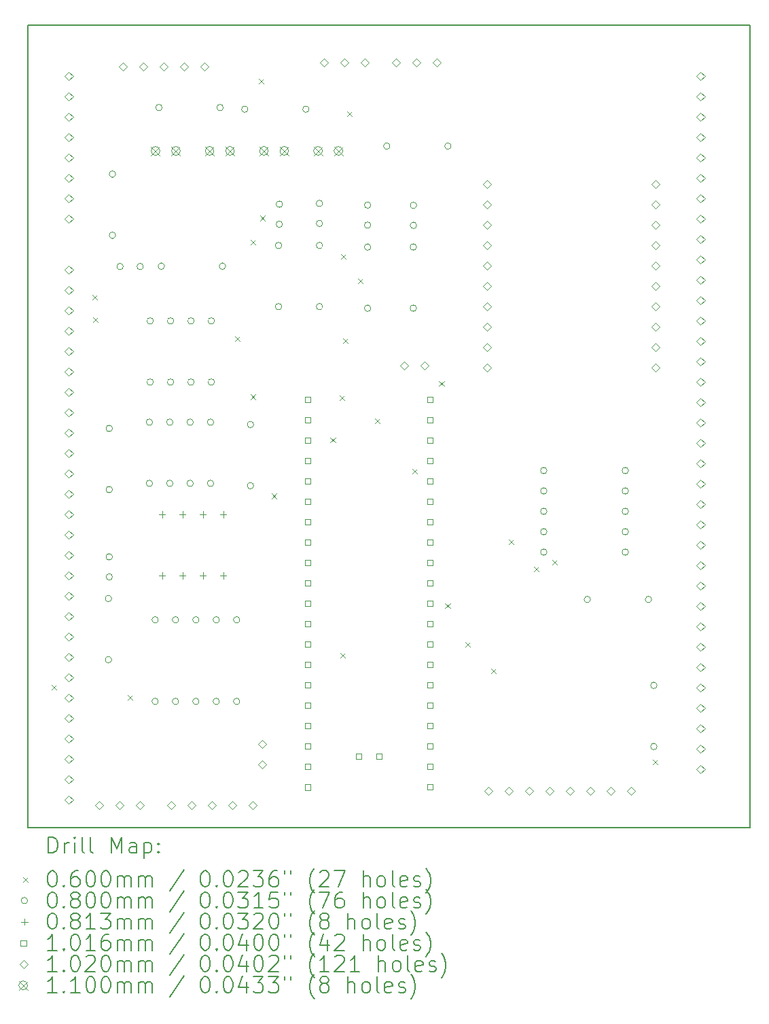
<source format=gbr>
%TF.GenerationSoftware,KiCad,Pcbnew,7.0.11-7.0.11~ubuntu22.04.1*%
%TF.CreationDate,2024-05-31T20:40:53-03:00*%
%TF.ProjectId,Gerador_Sinais_AD9850,47657261-646f-4725-9f53-696e6169735f,v04*%
%TF.SameCoordinates,Original*%
%TF.FileFunction,Drillmap*%
%TF.FilePolarity,Positive*%
%FSLAX45Y45*%
G04 Gerber Fmt 4.5, Leading zero omitted, Abs format (unit mm)*
G04 Created by KiCad (PCBNEW 7.0.11-7.0.11~ubuntu22.04.1) date 2024-05-31 20:40:53*
%MOMM*%
%LPD*%
G01*
G04 APERTURE LIST*
%ADD10C,0.150000*%
%ADD11C,0.200000*%
%ADD12C,0.100000*%
%ADD13C,0.101600*%
%ADD14C,0.102000*%
%ADD15C,0.110000*%
G04 APERTURE END LIST*
D10*
X19160000Y-5080000D02*
X10160000Y-5080000D01*
X19160000Y-15080000D02*
X19160000Y-5080000D01*
X19159982Y-15079980D02*
X10160000Y-15079980D01*
X10160000Y-5080000D02*
X10160000Y-15079980D01*
D11*
D12*
X10450730Y-13305000D02*
X10510730Y-13365000D01*
X10510730Y-13305000D02*
X10450730Y-13365000D01*
X10963580Y-8447730D02*
X11023580Y-8507730D01*
X11023580Y-8447730D02*
X10963580Y-8507730D01*
X10966340Y-8723100D02*
X11026340Y-8783100D01*
X11026340Y-8723100D02*
X10966340Y-8783100D01*
X11401360Y-13433530D02*
X11461360Y-13493530D01*
X11461360Y-13433530D02*
X11401360Y-13493530D01*
X12737310Y-8963570D02*
X12797310Y-9023570D01*
X12797310Y-8963570D02*
X12737310Y-9023570D01*
X12929020Y-7758300D02*
X12989020Y-7818300D01*
X12989020Y-7758300D02*
X12929020Y-7818300D01*
X12929020Y-9684040D02*
X12989020Y-9744040D01*
X12989020Y-9684040D02*
X12929020Y-9744040D01*
X13031590Y-5748170D02*
X13091590Y-5808170D01*
X13091590Y-5748170D02*
X13031590Y-5808170D01*
X13051260Y-7457560D02*
X13111260Y-7517560D01*
X13111260Y-7457560D02*
X13051260Y-7517560D01*
X13196870Y-10920360D02*
X13256870Y-10980360D01*
X13256870Y-10920360D02*
X13196870Y-10980360D01*
X13927280Y-10225000D02*
X13987280Y-10285000D01*
X13987280Y-10225000D02*
X13927280Y-10285000D01*
X14039320Y-9698730D02*
X14099320Y-9758730D01*
X14099320Y-9698730D02*
X14039320Y-9758730D01*
X14052480Y-12908290D02*
X14112480Y-12968290D01*
X14112480Y-12908290D02*
X14052480Y-12968290D01*
X14056780Y-7935490D02*
X14116780Y-7995490D01*
X14116780Y-7935490D02*
X14056780Y-7995490D01*
X14086250Y-8987970D02*
X14146250Y-9047970D01*
X14146250Y-8987970D02*
X14086250Y-9047970D01*
X14136190Y-6158380D02*
X14196190Y-6218380D01*
X14196190Y-6158380D02*
X14136190Y-6218380D01*
X14269120Y-8240640D02*
X14329120Y-8300640D01*
X14329120Y-8240640D02*
X14269120Y-8300640D01*
X14478560Y-9987620D02*
X14538560Y-10047620D01*
X14538560Y-9987620D02*
X14478560Y-10047620D01*
X14950310Y-10610490D02*
X15010310Y-10670490D01*
X15010310Y-10610490D02*
X14950310Y-10670490D01*
X15281760Y-9521080D02*
X15341760Y-9581080D01*
X15341760Y-9521080D02*
X15281760Y-9581080D01*
X15358520Y-12284420D02*
X15418520Y-12344420D01*
X15418520Y-12284420D02*
X15358520Y-12344420D01*
X15605460Y-12773530D02*
X15665460Y-12833530D01*
X15665460Y-12773530D02*
X15605460Y-12833530D01*
X15933440Y-13097700D02*
X15993440Y-13157700D01*
X15993440Y-13097700D02*
X15933440Y-13157700D01*
X16148180Y-11494920D02*
X16208180Y-11554920D01*
X16208180Y-11494920D02*
X16148180Y-11554920D01*
X16459720Y-11829440D02*
X16519720Y-11889440D01*
X16519720Y-11829440D02*
X16459720Y-11889440D01*
X16689000Y-11744550D02*
X16749000Y-11804550D01*
X16749000Y-11744550D02*
X16689000Y-11804550D01*
X17943390Y-14236110D02*
X18003390Y-14296110D01*
X18003390Y-14236110D02*
X17943390Y-14296110D01*
X11200000Y-12228000D02*
G75*
G03*
X11120000Y-12228000I-40000J0D01*
G01*
X11120000Y-12228000D02*
G75*
G03*
X11200000Y-12228000I40000J0D01*
G01*
X11200000Y-12990000D02*
G75*
G03*
X11120000Y-12990000I-40000J0D01*
G01*
X11120000Y-12990000D02*
G75*
G03*
X11200000Y-12990000I40000J0D01*
G01*
X11210000Y-10108000D02*
G75*
G03*
X11130000Y-10108000I-40000J0D01*
G01*
X11130000Y-10108000D02*
G75*
G03*
X11210000Y-10108000I40000J0D01*
G01*
X11210000Y-10870000D02*
G75*
G03*
X11130000Y-10870000I-40000J0D01*
G01*
X11130000Y-10870000D02*
G75*
G03*
X11210000Y-10870000I40000J0D01*
G01*
X11210000Y-11708000D02*
G75*
G03*
X11130000Y-11708000I-40000J0D01*
G01*
X11130000Y-11708000D02*
G75*
G03*
X11210000Y-11708000I40000J0D01*
G01*
X11210000Y-11958000D02*
G75*
G03*
X11130000Y-11958000I-40000J0D01*
G01*
X11130000Y-11958000D02*
G75*
G03*
X11210000Y-11958000I40000J0D01*
G01*
X11250000Y-6940000D02*
G75*
G03*
X11170000Y-6940000I-40000J0D01*
G01*
X11170000Y-6940000D02*
G75*
G03*
X11250000Y-6940000I40000J0D01*
G01*
X11250000Y-7702000D02*
G75*
G03*
X11170000Y-7702000I-40000J0D01*
G01*
X11170000Y-7702000D02*
G75*
G03*
X11250000Y-7702000I40000J0D01*
G01*
X11345000Y-8090000D02*
G75*
G03*
X11265000Y-8090000I-40000J0D01*
G01*
X11265000Y-8090000D02*
G75*
G03*
X11345000Y-8090000I40000J0D01*
G01*
X11595000Y-8090000D02*
G75*
G03*
X11515000Y-8090000I-40000J0D01*
G01*
X11515000Y-8090000D02*
G75*
G03*
X11595000Y-8090000I40000J0D01*
G01*
X11710000Y-10030000D02*
G75*
G03*
X11630000Y-10030000I-40000J0D01*
G01*
X11630000Y-10030000D02*
G75*
G03*
X11710000Y-10030000I40000J0D01*
G01*
X11710000Y-10792000D02*
G75*
G03*
X11630000Y-10792000I-40000J0D01*
G01*
X11630000Y-10792000D02*
G75*
G03*
X11710000Y-10792000I40000J0D01*
G01*
X11720000Y-8768000D02*
G75*
G03*
X11640000Y-8768000I-40000J0D01*
G01*
X11640000Y-8768000D02*
G75*
G03*
X11720000Y-8768000I40000J0D01*
G01*
X11720000Y-9530000D02*
G75*
G03*
X11640000Y-9530000I-40000J0D01*
G01*
X11640000Y-9530000D02*
G75*
G03*
X11720000Y-9530000I40000J0D01*
G01*
X11782000Y-12492000D02*
G75*
G03*
X11702000Y-12492000I-40000J0D01*
G01*
X11702000Y-12492000D02*
G75*
G03*
X11782000Y-12492000I40000J0D01*
G01*
X11782000Y-13508000D02*
G75*
G03*
X11702000Y-13508000I-40000J0D01*
G01*
X11702000Y-13508000D02*
G75*
G03*
X11782000Y-13508000I40000J0D01*
G01*
X11829000Y-6110000D02*
G75*
G03*
X11749000Y-6110000I-40000J0D01*
G01*
X11749000Y-6110000D02*
G75*
G03*
X11829000Y-6110000I40000J0D01*
G01*
X11859000Y-8086000D02*
G75*
G03*
X11779000Y-8086000I-40000J0D01*
G01*
X11779000Y-8086000D02*
G75*
G03*
X11859000Y-8086000I40000J0D01*
G01*
X11964000Y-10030000D02*
G75*
G03*
X11884000Y-10030000I-40000J0D01*
G01*
X11884000Y-10030000D02*
G75*
G03*
X11964000Y-10030000I40000J0D01*
G01*
X11964000Y-10792000D02*
G75*
G03*
X11884000Y-10792000I-40000J0D01*
G01*
X11884000Y-10792000D02*
G75*
G03*
X11964000Y-10792000I40000J0D01*
G01*
X11974000Y-8768000D02*
G75*
G03*
X11894000Y-8768000I-40000J0D01*
G01*
X11894000Y-8768000D02*
G75*
G03*
X11974000Y-8768000I40000J0D01*
G01*
X11974000Y-9530000D02*
G75*
G03*
X11894000Y-9530000I-40000J0D01*
G01*
X11894000Y-9530000D02*
G75*
G03*
X11974000Y-9530000I40000J0D01*
G01*
X12036000Y-12492000D02*
G75*
G03*
X11956000Y-12492000I-40000J0D01*
G01*
X11956000Y-12492000D02*
G75*
G03*
X12036000Y-12492000I40000J0D01*
G01*
X12036000Y-13508000D02*
G75*
G03*
X11956000Y-13508000I-40000J0D01*
G01*
X11956000Y-13508000D02*
G75*
G03*
X12036000Y-13508000I40000J0D01*
G01*
X12218000Y-10030000D02*
G75*
G03*
X12138000Y-10030000I-40000J0D01*
G01*
X12138000Y-10030000D02*
G75*
G03*
X12218000Y-10030000I40000J0D01*
G01*
X12218000Y-10792000D02*
G75*
G03*
X12138000Y-10792000I-40000J0D01*
G01*
X12138000Y-10792000D02*
G75*
G03*
X12218000Y-10792000I40000J0D01*
G01*
X12228000Y-8768000D02*
G75*
G03*
X12148000Y-8768000I-40000J0D01*
G01*
X12148000Y-8768000D02*
G75*
G03*
X12228000Y-8768000I40000J0D01*
G01*
X12228000Y-9530000D02*
G75*
G03*
X12148000Y-9530000I-40000J0D01*
G01*
X12148000Y-9530000D02*
G75*
G03*
X12228000Y-9530000I40000J0D01*
G01*
X12290000Y-12492000D02*
G75*
G03*
X12210000Y-12492000I-40000J0D01*
G01*
X12210000Y-12492000D02*
G75*
G03*
X12290000Y-12492000I40000J0D01*
G01*
X12290000Y-13508000D02*
G75*
G03*
X12210000Y-13508000I-40000J0D01*
G01*
X12210000Y-13508000D02*
G75*
G03*
X12290000Y-13508000I40000J0D01*
G01*
X12472000Y-10030000D02*
G75*
G03*
X12392000Y-10030000I-40000J0D01*
G01*
X12392000Y-10030000D02*
G75*
G03*
X12472000Y-10030000I40000J0D01*
G01*
X12472000Y-10792000D02*
G75*
G03*
X12392000Y-10792000I-40000J0D01*
G01*
X12392000Y-10792000D02*
G75*
G03*
X12472000Y-10792000I40000J0D01*
G01*
X12482000Y-8768000D02*
G75*
G03*
X12402000Y-8768000I-40000J0D01*
G01*
X12402000Y-8768000D02*
G75*
G03*
X12482000Y-8768000I40000J0D01*
G01*
X12482000Y-9530000D02*
G75*
G03*
X12402000Y-9530000I-40000J0D01*
G01*
X12402000Y-9530000D02*
G75*
G03*
X12482000Y-9530000I40000J0D01*
G01*
X12544000Y-12492000D02*
G75*
G03*
X12464000Y-12492000I-40000J0D01*
G01*
X12464000Y-12492000D02*
G75*
G03*
X12544000Y-12492000I40000J0D01*
G01*
X12544000Y-13508000D02*
G75*
G03*
X12464000Y-13508000I-40000J0D01*
G01*
X12464000Y-13508000D02*
G75*
G03*
X12544000Y-13508000I40000J0D01*
G01*
X12591000Y-6110000D02*
G75*
G03*
X12511000Y-6110000I-40000J0D01*
G01*
X12511000Y-6110000D02*
G75*
G03*
X12591000Y-6110000I40000J0D01*
G01*
X12621000Y-8086000D02*
G75*
G03*
X12541000Y-8086000I-40000J0D01*
G01*
X12541000Y-8086000D02*
G75*
G03*
X12621000Y-8086000I40000J0D01*
G01*
X12798000Y-12492000D02*
G75*
G03*
X12718000Y-12492000I-40000J0D01*
G01*
X12718000Y-12492000D02*
G75*
G03*
X12798000Y-12492000I40000J0D01*
G01*
X12798000Y-13508000D02*
G75*
G03*
X12718000Y-13508000I-40000J0D01*
G01*
X12718000Y-13508000D02*
G75*
G03*
X12798000Y-13508000I40000J0D01*
G01*
X12899000Y-6130000D02*
G75*
G03*
X12819000Y-6130000I-40000J0D01*
G01*
X12819000Y-6130000D02*
G75*
G03*
X12899000Y-6130000I40000J0D01*
G01*
X12970000Y-10059000D02*
G75*
G03*
X12890000Y-10059000I-40000J0D01*
G01*
X12890000Y-10059000D02*
G75*
G03*
X12970000Y-10059000I40000J0D01*
G01*
X12970000Y-10821000D02*
G75*
G03*
X12890000Y-10821000I-40000J0D01*
G01*
X12890000Y-10821000D02*
G75*
G03*
X12970000Y-10821000I40000J0D01*
G01*
X13320000Y-7828000D02*
G75*
G03*
X13240000Y-7828000I-40000J0D01*
G01*
X13240000Y-7828000D02*
G75*
G03*
X13320000Y-7828000I40000J0D01*
G01*
X13320000Y-8590000D02*
G75*
G03*
X13240000Y-8590000I-40000J0D01*
G01*
X13240000Y-8590000D02*
G75*
G03*
X13320000Y-8590000I40000J0D01*
G01*
X13330000Y-7314000D02*
G75*
G03*
X13250000Y-7314000I-40000J0D01*
G01*
X13250000Y-7314000D02*
G75*
G03*
X13330000Y-7314000I40000J0D01*
G01*
X13330000Y-7564000D02*
G75*
G03*
X13250000Y-7564000I-40000J0D01*
G01*
X13250000Y-7564000D02*
G75*
G03*
X13330000Y-7564000I40000J0D01*
G01*
X13661000Y-6130000D02*
G75*
G03*
X13581000Y-6130000I-40000J0D01*
G01*
X13581000Y-6130000D02*
G75*
G03*
X13661000Y-6130000I40000J0D01*
G01*
X13830000Y-7304000D02*
G75*
G03*
X13750000Y-7304000I-40000J0D01*
G01*
X13750000Y-7304000D02*
G75*
G03*
X13830000Y-7304000I40000J0D01*
G01*
X13830000Y-7554000D02*
G75*
G03*
X13750000Y-7554000I-40000J0D01*
G01*
X13750000Y-7554000D02*
G75*
G03*
X13830000Y-7554000I40000J0D01*
G01*
X13830000Y-7828000D02*
G75*
G03*
X13750000Y-7828000I-40000J0D01*
G01*
X13750000Y-7828000D02*
G75*
G03*
X13830000Y-7828000I40000J0D01*
G01*
X13830000Y-8590000D02*
G75*
G03*
X13750000Y-8590000I-40000J0D01*
G01*
X13750000Y-8590000D02*
G75*
G03*
X13830000Y-8590000I40000J0D01*
G01*
X14430000Y-7325000D02*
G75*
G03*
X14350000Y-7325000I-40000J0D01*
G01*
X14350000Y-7325000D02*
G75*
G03*
X14430000Y-7325000I40000J0D01*
G01*
X14430000Y-7575000D02*
G75*
G03*
X14350000Y-7575000I-40000J0D01*
G01*
X14350000Y-7575000D02*
G75*
G03*
X14430000Y-7575000I40000J0D01*
G01*
X14430000Y-7848000D02*
G75*
G03*
X14350000Y-7848000I-40000J0D01*
G01*
X14350000Y-7848000D02*
G75*
G03*
X14430000Y-7848000I40000J0D01*
G01*
X14430000Y-8610000D02*
G75*
G03*
X14350000Y-8610000I-40000J0D01*
G01*
X14350000Y-8610000D02*
G75*
G03*
X14430000Y-8610000I40000J0D01*
G01*
X14669000Y-6590000D02*
G75*
G03*
X14589000Y-6590000I-40000J0D01*
G01*
X14589000Y-6590000D02*
G75*
G03*
X14669000Y-6590000I40000J0D01*
G01*
X15000000Y-7848000D02*
G75*
G03*
X14920000Y-7848000I-40000J0D01*
G01*
X14920000Y-7848000D02*
G75*
G03*
X15000000Y-7848000I40000J0D01*
G01*
X15000000Y-8610000D02*
G75*
G03*
X14920000Y-8610000I-40000J0D01*
G01*
X14920000Y-8610000D02*
G75*
G03*
X15000000Y-8610000I40000J0D01*
G01*
X15001400Y-7327800D02*
G75*
G03*
X14921400Y-7327800I-40000J0D01*
G01*
X14921400Y-7327800D02*
G75*
G03*
X15001400Y-7327800I40000J0D01*
G01*
X15001400Y-7577800D02*
G75*
G03*
X14921400Y-7577800I-40000J0D01*
G01*
X14921400Y-7577800D02*
G75*
G03*
X15001400Y-7577800I40000J0D01*
G01*
X15431000Y-6590000D02*
G75*
G03*
X15351000Y-6590000I-40000J0D01*
G01*
X15351000Y-6590000D02*
G75*
G03*
X15431000Y-6590000I40000J0D01*
G01*
X16625000Y-10633000D02*
G75*
G03*
X16545000Y-10633000I-40000J0D01*
G01*
X16545000Y-10633000D02*
G75*
G03*
X16625000Y-10633000I40000J0D01*
G01*
X16625000Y-10887000D02*
G75*
G03*
X16545000Y-10887000I-40000J0D01*
G01*
X16545000Y-10887000D02*
G75*
G03*
X16625000Y-10887000I40000J0D01*
G01*
X16625000Y-11141000D02*
G75*
G03*
X16545000Y-11141000I-40000J0D01*
G01*
X16545000Y-11141000D02*
G75*
G03*
X16625000Y-11141000I40000J0D01*
G01*
X16625000Y-11395000D02*
G75*
G03*
X16545000Y-11395000I-40000J0D01*
G01*
X16545000Y-11395000D02*
G75*
G03*
X16625000Y-11395000I40000J0D01*
G01*
X16625000Y-11649000D02*
G75*
G03*
X16545000Y-11649000I-40000J0D01*
G01*
X16545000Y-11649000D02*
G75*
G03*
X16625000Y-11649000I40000J0D01*
G01*
X17169000Y-12240000D02*
G75*
G03*
X17089000Y-12240000I-40000J0D01*
G01*
X17089000Y-12240000D02*
G75*
G03*
X17169000Y-12240000I40000J0D01*
G01*
X17641000Y-10633000D02*
G75*
G03*
X17561000Y-10633000I-40000J0D01*
G01*
X17561000Y-10633000D02*
G75*
G03*
X17641000Y-10633000I40000J0D01*
G01*
X17641000Y-10887000D02*
G75*
G03*
X17561000Y-10887000I-40000J0D01*
G01*
X17561000Y-10887000D02*
G75*
G03*
X17641000Y-10887000I40000J0D01*
G01*
X17641000Y-11141000D02*
G75*
G03*
X17561000Y-11141000I-40000J0D01*
G01*
X17561000Y-11141000D02*
G75*
G03*
X17641000Y-11141000I40000J0D01*
G01*
X17641000Y-11395000D02*
G75*
G03*
X17561000Y-11395000I-40000J0D01*
G01*
X17561000Y-11395000D02*
G75*
G03*
X17641000Y-11395000I40000J0D01*
G01*
X17641000Y-11649000D02*
G75*
G03*
X17561000Y-11649000I-40000J0D01*
G01*
X17561000Y-11649000D02*
G75*
G03*
X17641000Y-11649000I40000J0D01*
G01*
X17931000Y-12240000D02*
G75*
G03*
X17851000Y-12240000I-40000J0D01*
G01*
X17851000Y-12240000D02*
G75*
G03*
X17931000Y-12240000I40000J0D01*
G01*
X17997800Y-13309600D02*
G75*
G03*
X17917800Y-13309600I-40000J0D01*
G01*
X17917800Y-13309600D02*
G75*
G03*
X17997800Y-13309600I40000J0D01*
G01*
X17997800Y-14071600D02*
G75*
G03*
X17917800Y-14071600I-40000J0D01*
G01*
X17917800Y-14071600D02*
G75*
G03*
X17997800Y-14071600I40000J0D01*
G01*
X11829000Y-11138360D02*
X11829000Y-11219640D01*
X11788360Y-11179000D02*
X11869640Y-11179000D01*
X11829000Y-11900360D02*
X11829000Y-11981640D01*
X11788360Y-11941000D02*
X11869640Y-11941000D01*
X12083000Y-11138360D02*
X12083000Y-11219640D01*
X12042360Y-11179000D02*
X12123640Y-11179000D01*
X12083000Y-11900360D02*
X12083000Y-11981640D01*
X12042360Y-11941000D02*
X12123640Y-11941000D01*
X12337000Y-11138360D02*
X12337000Y-11219640D01*
X12296360Y-11179000D02*
X12377640Y-11179000D01*
X12337000Y-11900360D02*
X12337000Y-11981640D01*
X12296360Y-11941000D02*
X12377640Y-11941000D01*
X12591000Y-11138360D02*
X12591000Y-11219640D01*
X12550360Y-11179000D02*
X12631640Y-11179000D01*
X12591000Y-11900360D02*
X12591000Y-11981640D01*
X12550360Y-11941000D02*
X12631640Y-11941000D01*
D13*
X13679921Y-9782921D02*
X13679921Y-9711079D01*
X13608079Y-9711079D01*
X13608079Y-9782921D01*
X13679921Y-9782921D01*
X13679921Y-10036921D02*
X13679921Y-9965079D01*
X13608079Y-9965079D01*
X13608079Y-10036921D01*
X13679921Y-10036921D01*
X13679921Y-10290921D02*
X13679921Y-10219079D01*
X13608079Y-10219079D01*
X13608079Y-10290921D01*
X13679921Y-10290921D01*
X13679921Y-10544921D02*
X13679921Y-10473079D01*
X13608079Y-10473079D01*
X13608079Y-10544921D01*
X13679921Y-10544921D01*
X13679921Y-10798921D02*
X13679921Y-10727079D01*
X13608079Y-10727079D01*
X13608079Y-10798921D01*
X13679921Y-10798921D01*
X13679921Y-11052921D02*
X13679921Y-10981079D01*
X13608079Y-10981079D01*
X13608079Y-11052921D01*
X13679921Y-11052921D01*
X13679921Y-11306921D02*
X13679921Y-11235079D01*
X13608079Y-11235079D01*
X13608079Y-11306921D01*
X13679921Y-11306921D01*
X13679921Y-11560921D02*
X13679921Y-11489079D01*
X13608079Y-11489079D01*
X13608079Y-11560921D01*
X13679921Y-11560921D01*
X13679921Y-11814921D02*
X13679921Y-11743079D01*
X13608079Y-11743079D01*
X13608079Y-11814921D01*
X13679921Y-11814921D01*
X13679921Y-12068921D02*
X13679921Y-11997079D01*
X13608079Y-11997079D01*
X13608079Y-12068921D01*
X13679921Y-12068921D01*
X13679921Y-12322921D02*
X13679921Y-12251079D01*
X13608079Y-12251079D01*
X13608079Y-12322921D01*
X13679921Y-12322921D01*
X13679921Y-12576921D02*
X13679921Y-12505079D01*
X13608079Y-12505079D01*
X13608079Y-12576921D01*
X13679921Y-12576921D01*
X13679921Y-12830921D02*
X13679921Y-12759079D01*
X13608079Y-12759079D01*
X13608079Y-12830921D01*
X13679921Y-12830921D01*
X13679921Y-13084921D02*
X13679921Y-13013079D01*
X13608079Y-13013079D01*
X13608079Y-13084921D01*
X13679921Y-13084921D01*
X13679921Y-13338921D02*
X13679921Y-13267079D01*
X13608079Y-13267079D01*
X13608079Y-13338921D01*
X13679921Y-13338921D01*
X13679921Y-13592921D02*
X13679921Y-13521079D01*
X13608079Y-13521079D01*
X13608079Y-13592921D01*
X13679921Y-13592921D01*
X13679921Y-13846921D02*
X13679921Y-13775079D01*
X13608079Y-13775079D01*
X13608079Y-13846921D01*
X13679921Y-13846921D01*
X13679921Y-14100921D02*
X13679921Y-14029079D01*
X13608079Y-14029079D01*
X13608079Y-14100921D01*
X13679921Y-14100921D01*
X13679921Y-14354921D02*
X13679921Y-14283079D01*
X13608079Y-14283079D01*
X13608079Y-14354921D01*
X13679921Y-14354921D01*
X13679921Y-14614001D02*
X13679921Y-14542159D01*
X13608079Y-14542159D01*
X13608079Y-14614001D01*
X13679921Y-14614001D01*
X14313921Y-14227921D02*
X14313921Y-14156079D01*
X14242079Y-14156079D01*
X14242079Y-14227921D01*
X14313921Y-14227921D01*
X14567921Y-14227921D02*
X14567921Y-14156079D01*
X14496079Y-14156079D01*
X14496079Y-14227921D01*
X14567921Y-14227921D01*
X15203921Y-9782921D02*
X15203921Y-9711079D01*
X15132079Y-9711079D01*
X15132079Y-9782921D01*
X15203921Y-9782921D01*
X15203921Y-10036921D02*
X15203921Y-9965079D01*
X15132079Y-9965079D01*
X15132079Y-10036921D01*
X15203921Y-10036921D01*
X15203921Y-10290921D02*
X15203921Y-10219079D01*
X15132079Y-10219079D01*
X15132079Y-10290921D01*
X15203921Y-10290921D01*
X15203921Y-10544921D02*
X15203921Y-10473079D01*
X15132079Y-10473079D01*
X15132079Y-10544921D01*
X15203921Y-10544921D01*
X15203921Y-10798921D02*
X15203921Y-10727079D01*
X15132079Y-10727079D01*
X15132079Y-10798921D01*
X15203921Y-10798921D01*
X15203921Y-11052921D02*
X15203921Y-10981079D01*
X15132079Y-10981079D01*
X15132079Y-11052921D01*
X15203921Y-11052921D01*
X15203921Y-11306921D02*
X15203921Y-11235079D01*
X15132079Y-11235079D01*
X15132079Y-11306921D01*
X15203921Y-11306921D01*
X15203921Y-11560921D02*
X15203921Y-11489079D01*
X15132079Y-11489079D01*
X15132079Y-11560921D01*
X15203921Y-11560921D01*
X15203921Y-11814921D02*
X15203921Y-11743079D01*
X15132079Y-11743079D01*
X15132079Y-11814921D01*
X15203921Y-11814921D01*
X15203921Y-12068921D02*
X15203921Y-11997079D01*
X15132079Y-11997079D01*
X15132079Y-12068921D01*
X15203921Y-12068921D01*
X15203921Y-12322921D02*
X15203921Y-12251079D01*
X15132079Y-12251079D01*
X15132079Y-12322921D01*
X15203921Y-12322921D01*
X15203921Y-12576921D02*
X15203921Y-12505079D01*
X15132079Y-12505079D01*
X15132079Y-12576921D01*
X15203921Y-12576921D01*
X15203921Y-12830921D02*
X15203921Y-12759079D01*
X15132079Y-12759079D01*
X15132079Y-12830921D01*
X15203921Y-12830921D01*
X15203921Y-13084921D02*
X15203921Y-13013079D01*
X15132079Y-13013079D01*
X15132079Y-13084921D01*
X15203921Y-13084921D01*
X15203921Y-13338921D02*
X15203921Y-13267079D01*
X15132079Y-13267079D01*
X15132079Y-13338921D01*
X15203921Y-13338921D01*
X15203921Y-13592921D02*
X15203921Y-13521079D01*
X15132079Y-13521079D01*
X15132079Y-13592921D01*
X15203921Y-13592921D01*
X15203921Y-13846921D02*
X15203921Y-13775079D01*
X15132079Y-13775079D01*
X15132079Y-13846921D01*
X15203921Y-13846921D01*
X15203921Y-14100921D02*
X15203921Y-14029079D01*
X15132079Y-14029079D01*
X15132079Y-14100921D01*
X15203921Y-14100921D01*
X15203921Y-14354921D02*
X15203921Y-14283079D01*
X15132079Y-14283079D01*
X15132079Y-14354921D01*
X15203921Y-14354921D01*
X15203921Y-14608921D02*
X15203921Y-14537079D01*
X15132079Y-14537079D01*
X15132079Y-14608921D01*
X15203921Y-14608921D01*
D14*
X10668000Y-5766000D02*
X10719000Y-5715000D01*
X10668000Y-5664000D01*
X10617000Y-5715000D01*
X10668000Y-5766000D01*
X10668000Y-6020000D02*
X10719000Y-5969000D01*
X10668000Y-5918000D01*
X10617000Y-5969000D01*
X10668000Y-6020000D01*
X10668000Y-6274000D02*
X10719000Y-6223000D01*
X10668000Y-6172000D01*
X10617000Y-6223000D01*
X10668000Y-6274000D01*
X10668000Y-6528000D02*
X10719000Y-6477000D01*
X10668000Y-6426000D01*
X10617000Y-6477000D01*
X10668000Y-6528000D01*
X10668000Y-6782000D02*
X10719000Y-6731000D01*
X10668000Y-6680000D01*
X10617000Y-6731000D01*
X10668000Y-6782000D01*
X10668000Y-7036000D02*
X10719000Y-6985000D01*
X10668000Y-6934000D01*
X10617000Y-6985000D01*
X10668000Y-7036000D01*
X10668000Y-7290000D02*
X10719000Y-7239000D01*
X10668000Y-7188000D01*
X10617000Y-7239000D01*
X10668000Y-7290000D01*
X10668000Y-7544000D02*
X10719000Y-7493000D01*
X10668000Y-7442000D01*
X10617000Y-7493000D01*
X10668000Y-7544000D01*
X10668000Y-8179000D02*
X10719000Y-8128000D01*
X10668000Y-8077000D01*
X10617000Y-8128000D01*
X10668000Y-8179000D01*
X10668000Y-8433000D02*
X10719000Y-8382000D01*
X10668000Y-8331000D01*
X10617000Y-8382000D01*
X10668000Y-8433000D01*
X10668000Y-8687000D02*
X10719000Y-8636000D01*
X10668000Y-8585000D01*
X10617000Y-8636000D01*
X10668000Y-8687000D01*
X10668000Y-8941000D02*
X10719000Y-8890000D01*
X10668000Y-8839000D01*
X10617000Y-8890000D01*
X10668000Y-8941000D01*
X10668000Y-9195000D02*
X10719000Y-9144000D01*
X10668000Y-9093000D01*
X10617000Y-9144000D01*
X10668000Y-9195000D01*
X10668000Y-9449000D02*
X10719000Y-9398000D01*
X10668000Y-9347000D01*
X10617000Y-9398000D01*
X10668000Y-9449000D01*
X10668000Y-9703000D02*
X10719000Y-9652000D01*
X10668000Y-9601000D01*
X10617000Y-9652000D01*
X10668000Y-9703000D01*
X10668000Y-9957000D02*
X10719000Y-9906000D01*
X10668000Y-9855000D01*
X10617000Y-9906000D01*
X10668000Y-9957000D01*
X10668000Y-10211000D02*
X10719000Y-10160000D01*
X10668000Y-10109000D01*
X10617000Y-10160000D01*
X10668000Y-10211000D01*
X10668000Y-10465000D02*
X10719000Y-10414000D01*
X10668000Y-10363000D01*
X10617000Y-10414000D01*
X10668000Y-10465000D01*
X10668000Y-10719000D02*
X10719000Y-10668000D01*
X10668000Y-10617000D01*
X10617000Y-10668000D01*
X10668000Y-10719000D01*
X10668000Y-10973000D02*
X10719000Y-10922000D01*
X10668000Y-10871000D01*
X10617000Y-10922000D01*
X10668000Y-10973000D01*
X10668000Y-11227000D02*
X10719000Y-11176000D01*
X10668000Y-11125000D01*
X10617000Y-11176000D01*
X10668000Y-11227000D01*
X10668000Y-11481000D02*
X10719000Y-11430000D01*
X10668000Y-11379000D01*
X10617000Y-11430000D01*
X10668000Y-11481000D01*
X10668000Y-11735000D02*
X10719000Y-11684000D01*
X10668000Y-11633000D01*
X10617000Y-11684000D01*
X10668000Y-11735000D01*
X10668000Y-11989000D02*
X10719000Y-11938000D01*
X10668000Y-11887000D01*
X10617000Y-11938000D01*
X10668000Y-11989000D01*
X10668000Y-12243000D02*
X10719000Y-12192000D01*
X10668000Y-12141000D01*
X10617000Y-12192000D01*
X10668000Y-12243000D01*
X10668000Y-12497000D02*
X10719000Y-12446000D01*
X10668000Y-12395000D01*
X10617000Y-12446000D01*
X10668000Y-12497000D01*
X10668000Y-12751000D02*
X10719000Y-12700000D01*
X10668000Y-12649000D01*
X10617000Y-12700000D01*
X10668000Y-12751000D01*
X10668000Y-13005000D02*
X10719000Y-12954000D01*
X10668000Y-12903000D01*
X10617000Y-12954000D01*
X10668000Y-13005000D01*
X10668000Y-13259000D02*
X10719000Y-13208000D01*
X10668000Y-13157000D01*
X10617000Y-13208000D01*
X10668000Y-13259000D01*
X10668000Y-13513000D02*
X10719000Y-13462000D01*
X10668000Y-13411000D01*
X10617000Y-13462000D01*
X10668000Y-13513000D01*
X10668000Y-13767000D02*
X10719000Y-13716000D01*
X10668000Y-13665000D01*
X10617000Y-13716000D01*
X10668000Y-13767000D01*
X10668000Y-14021000D02*
X10719000Y-13970000D01*
X10668000Y-13919000D01*
X10617000Y-13970000D01*
X10668000Y-14021000D01*
X10668000Y-14275000D02*
X10719000Y-14224000D01*
X10668000Y-14173000D01*
X10617000Y-14224000D01*
X10668000Y-14275000D01*
X10668000Y-14529000D02*
X10719000Y-14478000D01*
X10668000Y-14427000D01*
X10617000Y-14478000D01*
X10668000Y-14529000D01*
X10668000Y-14783000D02*
X10719000Y-14732000D01*
X10668000Y-14681000D01*
X10617000Y-14732000D01*
X10668000Y-14783000D01*
X11047500Y-14851000D02*
X11098500Y-14800000D01*
X11047500Y-14749000D01*
X10996500Y-14800000D01*
X11047500Y-14851000D01*
X11301500Y-14851000D02*
X11352500Y-14800000D01*
X11301500Y-14749000D01*
X11250500Y-14800000D01*
X11301500Y-14851000D01*
X11338000Y-5651000D02*
X11389000Y-5600000D01*
X11338000Y-5549000D01*
X11287000Y-5600000D01*
X11338000Y-5651000D01*
X11555500Y-14851000D02*
X11606500Y-14800000D01*
X11555500Y-14749000D01*
X11504500Y-14800000D01*
X11555500Y-14851000D01*
X11592000Y-5651000D02*
X11643000Y-5600000D01*
X11592000Y-5549000D01*
X11541000Y-5600000D01*
X11592000Y-5651000D01*
X11846000Y-5651000D02*
X11897000Y-5600000D01*
X11846000Y-5549000D01*
X11795000Y-5600000D01*
X11846000Y-5651000D01*
X11946000Y-14851000D02*
X11997000Y-14800000D01*
X11946000Y-14749000D01*
X11895000Y-14800000D01*
X11946000Y-14851000D01*
X12100000Y-5651000D02*
X12151000Y-5600000D01*
X12100000Y-5549000D01*
X12049000Y-5600000D01*
X12100000Y-5651000D01*
X12200000Y-14851000D02*
X12251000Y-14800000D01*
X12200000Y-14749000D01*
X12149000Y-14800000D01*
X12200000Y-14851000D01*
X12354000Y-5651000D02*
X12405000Y-5600000D01*
X12354000Y-5549000D01*
X12303000Y-5600000D01*
X12354000Y-5651000D01*
X12454000Y-14851000D02*
X12505000Y-14800000D01*
X12454000Y-14749000D01*
X12403000Y-14800000D01*
X12454000Y-14851000D01*
X12708000Y-14851000D02*
X12759000Y-14800000D01*
X12708000Y-14749000D01*
X12657000Y-14800000D01*
X12708000Y-14851000D01*
X12962000Y-14851000D02*
X13013000Y-14800000D01*
X12962000Y-14749000D01*
X12911000Y-14800000D01*
X12962000Y-14851000D01*
X13080000Y-14093500D02*
X13131000Y-14042500D01*
X13080000Y-13991500D01*
X13029000Y-14042500D01*
X13080000Y-14093500D01*
X13080000Y-14347500D02*
X13131000Y-14296500D01*
X13080000Y-14245500D01*
X13029000Y-14296500D01*
X13080000Y-14347500D01*
X13844500Y-5601000D02*
X13895500Y-5550000D01*
X13844500Y-5499000D01*
X13793500Y-5550000D01*
X13844500Y-5601000D01*
X14098500Y-5601000D02*
X14149500Y-5550000D01*
X14098500Y-5499000D01*
X14047500Y-5550000D01*
X14098500Y-5601000D01*
X14352500Y-5601000D02*
X14403500Y-5550000D01*
X14352500Y-5499000D01*
X14301500Y-5550000D01*
X14352500Y-5601000D01*
X14746000Y-5601000D02*
X14797000Y-5550000D01*
X14746000Y-5499000D01*
X14695000Y-5550000D01*
X14746000Y-5601000D01*
X14850000Y-9376000D02*
X14901000Y-9325000D01*
X14850000Y-9274000D01*
X14799000Y-9325000D01*
X14850000Y-9376000D01*
X15000000Y-5601000D02*
X15051000Y-5550000D01*
X15000000Y-5499000D01*
X14949000Y-5550000D01*
X15000000Y-5601000D01*
X15104000Y-9376000D02*
X15155000Y-9325000D01*
X15104000Y-9274000D01*
X15053000Y-9325000D01*
X15104000Y-9376000D01*
X15254000Y-5601000D02*
X15305000Y-5550000D01*
X15254000Y-5499000D01*
X15203000Y-5550000D01*
X15254000Y-5601000D01*
X15883000Y-7117000D02*
X15934000Y-7066000D01*
X15883000Y-7015000D01*
X15832000Y-7066000D01*
X15883000Y-7117000D01*
X15883000Y-7371000D02*
X15934000Y-7320000D01*
X15883000Y-7269000D01*
X15832000Y-7320000D01*
X15883000Y-7371000D01*
X15883000Y-7625000D02*
X15934000Y-7574000D01*
X15883000Y-7523000D01*
X15832000Y-7574000D01*
X15883000Y-7625000D01*
X15883000Y-7879000D02*
X15934000Y-7828000D01*
X15883000Y-7777000D01*
X15832000Y-7828000D01*
X15883000Y-7879000D01*
X15883000Y-8133000D02*
X15934000Y-8082000D01*
X15883000Y-8031000D01*
X15832000Y-8082000D01*
X15883000Y-8133000D01*
X15883000Y-8387000D02*
X15934000Y-8336000D01*
X15883000Y-8285000D01*
X15832000Y-8336000D01*
X15883000Y-8387000D01*
X15883000Y-8641000D02*
X15934000Y-8590000D01*
X15883000Y-8539000D01*
X15832000Y-8590000D01*
X15883000Y-8641000D01*
X15883000Y-8895000D02*
X15934000Y-8844000D01*
X15883000Y-8793000D01*
X15832000Y-8844000D01*
X15883000Y-8895000D01*
X15883000Y-9149000D02*
X15934000Y-9098000D01*
X15883000Y-9047000D01*
X15832000Y-9098000D01*
X15883000Y-9149000D01*
X15883000Y-9403000D02*
X15934000Y-9352000D01*
X15883000Y-9301000D01*
X15832000Y-9352000D01*
X15883000Y-9403000D01*
X15900000Y-14673000D02*
X15951000Y-14622000D01*
X15900000Y-14571000D01*
X15849000Y-14622000D01*
X15900000Y-14673000D01*
X16154000Y-14673000D02*
X16205000Y-14622000D01*
X16154000Y-14571000D01*
X16103000Y-14622000D01*
X16154000Y-14673000D01*
X16408000Y-14673000D02*
X16459000Y-14622000D01*
X16408000Y-14571000D01*
X16357000Y-14622000D01*
X16408000Y-14673000D01*
X16662000Y-14673000D02*
X16713000Y-14622000D01*
X16662000Y-14571000D01*
X16611000Y-14622000D01*
X16662000Y-14673000D01*
X16916000Y-14673000D02*
X16967000Y-14622000D01*
X16916000Y-14571000D01*
X16865000Y-14622000D01*
X16916000Y-14673000D01*
X17170000Y-14673000D02*
X17221000Y-14622000D01*
X17170000Y-14571000D01*
X17119000Y-14622000D01*
X17170000Y-14673000D01*
X17424000Y-14673000D02*
X17475000Y-14622000D01*
X17424000Y-14571000D01*
X17373000Y-14622000D01*
X17424000Y-14673000D01*
X17678000Y-14673000D02*
X17729000Y-14622000D01*
X17678000Y-14571000D01*
X17627000Y-14622000D01*
X17678000Y-14673000D01*
X17983000Y-7116000D02*
X18034000Y-7065000D01*
X17983000Y-7014000D01*
X17932000Y-7065000D01*
X17983000Y-7116000D01*
X17983000Y-7370000D02*
X18034000Y-7319000D01*
X17983000Y-7268000D01*
X17932000Y-7319000D01*
X17983000Y-7370000D01*
X17983000Y-7624000D02*
X18034000Y-7573000D01*
X17983000Y-7522000D01*
X17932000Y-7573000D01*
X17983000Y-7624000D01*
X17983000Y-7878000D02*
X18034000Y-7827000D01*
X17983000Y-7776000D01*
X17932000Y-7827000D01*
X17983000Y-7878000D01*
X17983000Y-8132000D02*
X18034000Y-8081000D01*
X17983000Y-8030000D01*
X17932000Y-8081000D01*
X17983000Y-8132000D01*
X17983000Y-8386000D02*
X18034000Y-8335000D01*
X17983000Y-8284000D01*
X17932000Y-8335000D01*
X17983000Y-8386000D01*
X17983000Y-8640000D02*
X18034000Y-8589000D01*
X17983000Y-8538000D01*
X17932000Y-8589000D01*
X17983000Y-8640000D01*
X17983000Y-8894000D02*
X18034000Y-8843000D01*
X17983000Y-8792000D01*
X17932000Y-8843000D01*
X17983000Y-8894000D01*
X17983000Y-9148000D02*
X18034000Y-9097000D01*
X17983000Y-9046000D01*
X17932000Y-9097000D01*
X17983000Y-9148000D01*
X17983000Y-9402000D02*
X18034000Y-9351000D01*
X17983000Y-9300000D01*
X17932000Y-9351000D01*
X17983000Y-9402000D01*
X18542000Y-5766000D02*
X18593000Y-5715000D01*
X18542000Y-5664000D01*
X18491000Y-5715000D01*
X18542000Y-5766000D01*
X18542000Y-6020000D02*
X18593000Y-5969000D01*
X18542000Y-5918000D01*
X18491000Y-5969000D01*
X18542000Y-6020000D01*
X18542000Y-6274000D02*
X18593000Y-6223000D01*
X18542000Y-6172000D01*
X18491000Y-6223000D01*
X18542000Y-6274000D01*
X18542000Y-6528000D02*
X18593000Y-6477000D01*
X18542000Y-6426000D01*
X18491000Y-6477000D01*
X18542000Y-6528000D01*
X18542000Y-6782000D02*
X18593000Y-6731000D01*
X18542000Y-6680000D01*
X18491000Y-6731000D01*
X18542000Y-6782000D01*
X18542000Y-7036000D02*
X18593000Y-6985000D01*
X18542000Y-6934000D01*
X18491000Y-6985000D01*
X18542000Y-7036000D01*
X18542000Y-7290000D02*
X18593000Y-7239000D01*
X18542000Y-7188000D01*
X18491000Y-7239000D01*
X18542000Y-7290000D01*
X18542000Y-7544000D02*
X18593000Y-7493000D01*
X18542000Y-7442000D01*
X18491000Y-7493000D01*
X18542000Y-7544000D01*
X18542000Y-7798000D02*
X18593000Y-7747000D01*
X18542000Y-7696000D01*
X18491000Y-7747000D01*
X18542000Y-7798000D01*
X18542000Y-8052000D02*
X18593000Y-8001000D01*
X18542000Y-7950000D01*
X18491000Y-8001000D01*
X18542000Y-8052000D01*
X18542000Y-8306000D02*
X18593000Y-8255000D01*
X18542000Y-8204000D01*
X18491000Y-8255000D01*
X18542000Y-8306000D01*
X18542000Y-8560000D02*
X18593000Y-8509000D01*
X18542000Y-8458000D01*
X18491000Y-8509000D01*
X18542000Y-8560000D01*
X18542000Y-8814000D02*
X18593000Y-8763000D01*
X18542000Y-8712000D01*
X18491000Y-8763000D01*
X18542000Y-8814000D01*
X18542000Y-9068000D02*
X18593000Y-9017000D01*
X18542000Y-8966000D01*
X18491000Y-9017000D01*
X18542000Y-9068000D01*
X18542000Y-9322000D02*
X18593000Y-9271000D01*
X18542000Y-9220000D01*
X18491000Y-9271000D01*
X18542000Y-9322000D01*
X18542000Y-9576000D02*
X18593000Y-9525000D01*
X18542000Y-9474000D01*
X18491000Y-9525000D01*
X18542000Y-9576000D01*
X18542000Y-9830000D02*
X18593000Y-9779000D01*
X18542000Y-9728000D01*
X18491000Y-9779000D01*
X18542000Y-9830000D01*
X18542000Y-10084000D02*
X18593000Y-10033000D01*
X18542000Y-9982000D01*
X18491000Y-10033000D01*
X18542000Y-10084000D01*
X18542000Y-10338000D02*
X18593000Y-10287000D01*
X18542000Y-10236000D01*
X18491000Y-10287000D01*
X18542000Y-10338000D01*
X18542000Y-10592000D02*
X18593000Y-10541000D01*
X18542000Y-10490000D01*
X18491000Y-10541000D01*
X18542000Y-10592000D01*
X18542000Y-10846000D02*
X18593000Y-10795000D01*
X18542000Y-10744000D01*
X18491000Y-10795000D01*
X18542000Y-10846000D01*
X18542000Y-11100000D02*
X18593000Y-11049000D01*
X18542000Y-10998000D01*
X18491000Y-11049000D01*
X18542000Y-11100000D01*
X18542000Y-11354000D02*
X18593000Y-11303000D01*
X18542000Y-11252000D01*
X18491000Y-11303000D01*
X18542000Y-11354000D01*
X18542000Y-11608000D02*
X18593000Y-11557000D01*
X18542000Y-11506000D01*
X18491000Y-11557000D01*
X18542000Y-11608000D01*
X18542000Y-11862000D02*
X18593000Y-11811000D01*
X18542000Y-11760000D01*
X18491000Y-11811000D01*
X18542000Y-11862000D01*
X18542000Y-12116000D02*
X18593000Y-12065000D01*
X18542000Y-12014000D01*
X18491000Y-12065000D01*
X18542000Y-12116000D01*
X18542000Y-12370000D02*
X18593000Y-12319000D01*
X18542000Y-12268000D01*
X18491000Y-12319000D01*
X18542000Y-12370000D01*
X18542000Y-12624000D02*
X18593000Y-12573000D01*
X18542000Y-12522000D01*
X18491000Y-12573000D01*
X18542000Y-12624000D01*
X18542000Y-12878000D02*
X18593000Y-12827000D01*
X18542000Y-12776000D01*
X18491000Y-12827000D01*
X18542000Y-12878000D01*
X18542000Y-13132000D02*
X18593000Y-13081000D01*
X18542000Y-13030000D01*
X18491000Y-13081000D01*
X18542000Y-13132000D01*
X18542000Y-13386000D02*
X18593000Y-13335000D01*
X18542000Y-13284000D01*
X18491000Y-13335000D01*
X18542000Y-13386000D01*
X18542000Y-13640000D02*
X18593000Y-13589000D01*
X18542000Y-13538000D01*
X18491000Y-13589000D01*
X18542000Y-13640000D01*
X18542000Y-13894000D02*
X18593000Y-13843000D01*
X18542000Y-13792000D01*
X18491000Y-13843000D01*
X18542000Y-13894000D01*
X18542000Y-14148000D02*
X18593000Y-14097000D01*
X18542000Y-14046000D01*
X18491000Y-14097000D01*
X18542000Y-14148000D01*
X18542000Y-14402000D02*
X18593000Y-14351000D01*
X18542000Y-14300000D01*
X18491000Y-14351000D01*
X18542000Y-14402000D01*
D15*
X11692500Y-6595000D02*
X11802500Y-6705000D01*
X11802500Y-6595000D02*
X11692500Y-6705000D01*
X11802500Y-6650000D02*
G75*
G03*
X11692500Y-6650000I-55000J0D01*
G01*
X11692500Y-6650000D02*
G75*
G03*
X11802500Y-6650000I55000J0D01*
G01*
X11946500Y-6595000D02*
X12056500Y-6705000D01*
X12056500Y-6595000D02*
X11946500Y-6705000D01*
X12056500Y-6650000D02*
G75*
G03*
X11946500Y-6650000I-55000J0D01*
G01*
X11946500Y-6650000D02*
G75*
G03*
X12056500Y-6650000I55000J0D01*
G01*
X12366000Y-6595000D02*
X12476000Y-6705000D01*
X12476000Y-6595000D02*
X12366000Y-6705000D01*
X12476000Y-6650000D02*
G75*
G03*
X12366000Y-6650000I-55000J0D01*
G01*
X12366000Y-6650000D02*
G75*
G03*
X12476000Y-6650000I55000J0D01*
G01*
X12620000Y-6595000D02*
X12730000Y-6705000D01*
X12730000Y-6595000D02*
X12620000Y-6705000D01*
X12730000Y-6650000D02*
G75*
G03*
X12620000Y-6650000I-55000J0D01*
G01*
X12620000Y-6650000D02*
G75*
G03*
X12730000Y-6650000I55000J0D01*
G01*
X13042500Y-6595000D02*
X13152500Y-6705000D01*
X13152500Y-6595000D02*
X13042500Y-6705000D01*
X13152500Y-6650000D02*
G75*
G03*
X13042500Y-6650000I-55000J0D01*
G01*
X13042500Y-6650000D02*
G75*
G03*
X13152500Y-6650000I55000J0D01*
G01*
X13296500Y-6595000D02*
X13406500Y-6705000D01*
X13406500Y-6595000D02*
X13296500Y-6705000D01*
X13406500Y-6650000D02*
G75*
G03*
X13296500Y-6650000I-55000J0D01*
G01*
X13296500Y-6650000D02*
G75*
G03*
X13406500Y-6650000I55000J0D01*
G01*
X13717500Y-6595000D02*
X13827500Y-6705000D01*
X13827500Y-6595000D02*
X13717500Y-6705000D01*
X13827500Y-6650000D02*
G75*
G03*
X13717500Y-6650000I-55000J0D01*
G01*
X13717500Y-6650000D02*
G75*
G03*
X13827500Y-6650000I55000J0D01*
G01*
X13971500Y-6595000D02*
X14081500Y-6705000D01*
X14081500Y-6595000D02*
X13971500Y-6705000D01*
X14081500Y-6650000D02*
G75*
G03*
X13971500Y-6650000I-55000J0D01*
G01*
X13971500Y-6650000D02*
G75*
G03*
X14081500Y-6650000I55000J0D01*
G01*
D11*
X10413277Y-15398984D02*
X10413277Y-15198984D01*
X10413277Y-15198984D02*
X10460896Y-15198984D01*
X10460896Y-15198984D02*
X10489467Y-15208508D01*
X10489467Y-15208508D02*
X10508515Y-15227555D01*
X10508515Y-15227555D02*
X10518039Y-15246603D01*
X10518039Y-15246603D02*
X10527563Y-15284698D01*
X10527563Y-15284698D02*
X10527563Y-15313269D01*
X10527563Y-15313269D02*
X10518039Y-15351365D01*
X10518039Y-15351365D02*
X10508515Y-15370412D01*
X10508515Y-15370412D02*
X10489467Y-15389460D01*
X10489467Y-15389460D02*
X10460896Y-15398984D01*
X10460896Y-15398984D02*
X10413277Y-15398984D01*
X10613277Y-15398984D02*
X10613277Y-15265650D01*
X10613277Y-15303746D02*
X10622801Y-15284698D01*
X10622801Y-15284698D02*
X10632324Y-15275174D01*
X10632324Y-15275174D02*
X10651372Y-15265650D01*
X10651372Y-15265650D02*
X10670420Y-15265650D01*
X10737086Y-15398984D02*
X10737086Y-15265650D01*
X10737086Y-15198984D02*
X10727563Y-15208508D01*
X10727563Y-15208508D02*
X10737086Y-15218031D01*
X10737086Y-15218031D02*
X10746610Y-15208508D01*
X10746610Y-15208508D02*
X10737086Y-15198984D01*
X10737086Y-15198984D02*
X10737086Y-15218031D01*
X10860896Y-15398984D02*
X10841848Y-15389460D01*
X10841848Y-15389460D02*
X10832324Y-15370412D01*
X10832324Y-15370412D02*
X10832324Y-15198984D01*
X10965658Y-15398984D02*
X10946610Y-15389460D01*
X10946610Y-15389460D02*
X10937086Y-15370412D01*
X10937086Y-15370412D02*
X10937086Y-15198984D01*
X11194229Y-15398984D02*
X11194229Y-15198984D01*
X11194229Y-15198984D02*
X11260896Y-15341841D01*
X11260896Y-15341841D02*
X11327562Y-15198984D01*
X11327562Y-15198984D02*
X11327562Y-15398984D01*
X11508515Y-15398984D02*
X11508515Y-15294222D01*
X11508515Y-15294222D02*
X11498991Y-15275174D01*
X11498991Y-15275174D02*
X11479943Y-15265650D01*
X11479943Y-15265650D02*
X11441848Y-15265650D01*
X11441848Y-15265650D02*
X11422801Y-15275174D01*
X11508515Y-15389460D02*
X11489467Y-15398984D01*
X11489467Y-15398984D02*
X11441848Y-15398984D01*
X11441848Y-15398984D02*
X11422801Y-15389460D01*
X11422801Y-15389460D02*
X11413277Y-15370412D01*
X11413277Y-15370412D02*
X11413277Y-15351365D01*
X11413277Y-15351365D02*
X11422801Y-15332317D01*
X11422801Y-15332317D02*
X11441848Y-15322793D01*
X11441848Y-15322793D02*
X11489467Y-15322793D01*
X11489467Y-15322793D02*
X11508515Y-15313269D01*
X11603753Y-15265650D02*
X11603753Y-15465650D01*
X11603753Y-15275174D02*
X11622801Y-15265650D01*
X11622801Y-15265650D02*
X11660896Y-15265650D01*
X11660896Y-15265650D02*
X11679943Y-15275174D01*
X11679943Y-15275174D02*
X11689467Y-15284698D01*
X11689467Y-15284698D02*
X11698991Y-15303746D01*
X11698991Y-15303746D02*
X11698991Y-15360888D01*
X11698991Y-15360888D02*
X11689467Y-15379936D01*
X11689467Y-15379936D02*
X11679943Y-15389460D01*
X11679943Y-15389460D02*
X11660896Y-15398984D01*
X11660896Y-15398984D02*
X11622801Y-15398984D01*
X11622801Y-15398984D02*
X11603753Y-15389460D01*
X11784705Y-15379936D02*
X11794229Y-15389460D01*
X11794229Y-15389460D02*
X11784705Y-15398984D01*
X11784705Y-15398984D02*
X11775182Y-15389460D01*
X11775182Y-15389460D02*
X11784705Y-15379936D01*
X11784705Y-15379936D02*
X11784705Y-15398984D01*
X11784705Y-15275174D02*
X11794229Y-15284698D01*
X11794229Y-15284698D02*
X11784705Y-15294222D01*
X11784705Y-15294222D02*
X11775182Y-15284698D01*
X11775182Y-15284698D02*
X11784705Y-15275174D01*
X11784705Y-15275174D02*
X11784705Y-15294222D01*
D12*
X10092500Y-15697500D02*
X10152500Y-15757500D01*
X10152500Y-15697500D02*
X10092500Y-15757500D01*
D11*
X10451372Y-15618984D02*
X10470420Y-15618984D01*
X10470420Y-15618984D02*
X10489467Y-15628508D01*
X10489467Y-15628508D02*
X10498991Y-15638031D01*
X10498991Y-15638031D02*
X10508515Y-15657079D01*
X10508515Y-15657079D02*
X10518039Y-15695174D01*
X10518039Y-15695174D02*
X10518039Y-15742793D01*
X10518039Y-15742793D02*
X10508515Y-15780888D01*
X10508515Y-15780888D02*
X10498991Y-15799936D01*
X10498991Y-15799936D02*
X10489467Y-15809460D01*
X10489467Y-15809460D02*
X10470420Y-15818984D01*
X10470420Y-15818984D02*
X10451372Y-15818984D01*
X10451372Y-15818984D02*
X10432324Y-15809460D01*
X10432324Y-15809460D02*
X10422801Y-15799936D01*
X10422801Y-15799936D02*
X10413277Y-15780888D01*
X10413277Y-15780888D02*
X10403753Y-15742793D01*
X10403753Y-15742793D02*
X10403753Y-15695174D01*
X10403753Y-15695174D02*
X10413277Y-15657079D01*
X10413277Y-15657079D02*
X10422801Y-15638031D01*
X10422801Y-15638031D02*
X10432324Y-15628508D01*
X10432324Y-15628508D02*
X10451372Y-15618984D01*
X10603753Y-15799936D02*
X10613277Y-15809460D01*
X10613277Y-15809460D02*
X10603753Y-15818984D01*
X10603753Y-15818984D02*
X10594229Y-15809460D01*
X10594229Y-15809460D02*
X10603753Y-15799936D01*
X10603753Y-15799936D02*
X10603753Y-15818984D01*
X10784705Y-15618984D02*
X10746610Y-15618984D01*
X10746610Y-15618984D02*
X10727563Y-15628508D01*
X10727563Y-15628508D02*
X10718039Y-15638031D01*
X10718039Y-15638031D02*
X10698991Y-15666603D01*
X10698991Y-15666603D02*
X10689467Y-15704698D01*
X10689467Y-15704698D02*
X10689467Y-15780888D01*
X10689467Y-15780888D02*
X10698991Y-15799936D01*
X10698991Y-15799936D02*
X10708515Y-15809460D01*
X10708515Y-15809460D02*
X10727563Y-15818984D01*
X10727563Y-15818984D02*
X10765658Y-15818984D01*
X10765658Y-15818984D02*
X10784705Y-15809460D01*
X10784705Y-15809460D02*
X10794229Y-15799936D01*
X10794229Y-15799936D02*
X10803753Y-15780888D01*
X10803753Y-15780888D02*
X10803753Y-15733269D01*
X10803753Y-15733269D02*
X10794229Y-15714222D01*
X10794229Y-15714222D02*
X10784705Y-15704698D01*
X10784705Y-15704698D02*
X10765658Y-15695174D01*
X10765658Y-15695174D02*
X10727563Y-15695174D01*
X10727563Y-15695174D02*
X10708515Y-15704698D01*
X10708515Y-15704698D02*
X10698991Y-15714222D01*
X10698991Y-15714222D02*
X10689467Y-15733269D01*
X10927563Y-15618984D02*
X10946610Y-15618984D01*
X10946610Y-15618984D02*
X10965658Y-15628508D01*
X10965658Y-15628508D02*
X10975182Y-15638031D01*
X10975182Y-15638031D02*
X10984705Y-15657079D01*
X10984705Y-15657079D02*
X10994229Y-15695174D01*
X10994229Y-15695174D02*
X10994229Y-15742793D01*
X10994229Y-15742793D02*
X10984705Y-15780888D01*
X10984705Y-15780888D02*
X10975182Y-15799936D01*
X10975182Y-15799936D02*
X10965658Y-15809460D01*
X10965658Y-15809460D02*
X10946610Y-15818984D01*
X10946610Y-15818984D02*
X10927563Y-15818984D01*
X10927563Y-15818984D02*
X10908515Y-15809460D01*
X10908515Y-15809460D02*
X10898991Y-15799936D01*
X10898991Y-15799936D02*
X10889467Y-15780888D01*
X10889467Y-15780888D02*
X10879944Y-15742793D01*
X10879944Y-15742793D02*
X10879944Y-15695174D01*
X10879944Y-15695174D02*
X10889467Y-15657079D01*
X10889467Y-15657079D02*
X10898991Y-15638031D01*
X10898991Y-15638031D02*
X10908515Y-15628508D01*
X10908515Y-15628508D02*
X10927563Y-15618984D01*
X11118039Y-15618984D02*
X11137086Y-15618984D01*
X11137086Y-15618984D02*
X11156134Y-15628508D01*
X11156134Y-15628508D02*
X11165658Y-15638031D01*
X11165658Y-15638031D02*
X11175182Y-15657079D01*
X11175182Y-15657079D02*
X11184705Y-15695174D01*
X11184705Y-15695174D02*
X11184705Y-15742793D01*
X11184705Y-15742793D02*
X11175182Y-15780888D01*
X11175182Y-15780888D02*
X11165658Y-15799936D01*
X11165658Y-15799936D02*
X11156134Y-15809460D01*
X11156134Y-15809460D02*
X11137086Y-15818984D01*
X11137086Y-15818984D02*
X11118039Y-15818984D01*
X11118039Y-15818984D02*
X11098991Y-15809460D01*
X11098991Y-15809460D02*
X11089467Y-15799936D01*
X11089467Y-15799936D02*
X11079944Y-15780888D01*
X11079944Y-15780888D02*
X11070420Y-15742793D01*
X11070420Y-15742793D02*
X11070420Y-15695174D01*
X11070420Y-15695174D02*
X11079944Y-15657079D01*
X11079944Y-15657079D02*
X11089467Y-15638031D01*
X11089467Y-15638031D02*
X11098991Y-15628508D01*
X11098991Y-15628508D02*
X11118039Y-15618984D01*
X11270420Y-15818984D02*
X11270420Y-15685650D01*
X11270420Y-15704698D02*
X11279943Y-15695174D01*
X11279943Y-15695174D02*
X11298991Y-15685650D01*
X11298991Y-15685650D02*
X11327563Y-15685650D01*
X11327563Y-15685650D02*
X11346610Y-15695174D01*
X11346610Y-15695174D02*
X11356134Y-15714222D01*
X11356134Y-15714222D02*
X11356134Y-15818984D01*
X11356134Y-15714222D02*
X11365658Y-15695174D01*
X11365658Y-15695174D02*
X11384705Y-15685650D01*
X11384705Y-15685650D02*
X11413277Y-15685650D01*
X11413277Y-15685650D02*
X11432324Y-15695174D01*
X11432324Y-15695174D02*
X11441848Y-15714222D01*
X11441848Y-15714222D02*
X11441848Y-15818984D01*
X11537086Y-15818984D02*
X11537086Y-15685650D01*
X11537086Y-15704698D02*
X11546610Y-15695174D01*
X11546610Y-15695174D02*
X11565658Y-15685650D01*
X11565658Y-15685650D02*
X11594229Y-15685650D01*
X11594229Y-15685650D02*
X11613277Y-15695174D01*
X11613277Y-15695174D02*
X11622801Y-15714222D01*
X11622801Y-15714222D02*
X11622801Y-15818984D01*
X11622801Y-15714222D02*
X11632324Y-15695174D01*
X11632324Y-15695174D02*
X11651372Y-15685650D01*
X11651372Y-15685650D02*
X11679943Y-15685650D01*
X11679943Y-15685650D02*
X11698991Y-15695174D01*
X11698991Y-15695174D02*
X11708515Y-15714222D01*
X11708515Y-15714222D02*
X11708515Y-15818984D01*
X12098991Y-15609460D02*
X11927563Y-15866603D01*
X12356134Y-15618984D02*
X12375182Y-15618984D01*
X12375182Y-15618984D02*
X12394229Y-15628508D01*
X12394229Y-15628508D02*
X12403753Y-15638031D01*
X12403753Y-15638031D02*
X12413277Y-15657079D01*
X12413277Y-15657079D02*
X12422801Y-15695174D01*
X12422801Y-15695174D02*
X12422801Y-15742793D01*
X12422801Y-15742793D02*
X12413277Y-15780888D01*
X12413277Y-15780888D02*
X12403753Y-15799936D01*
X12403753Y-15799936D02*
X12394229Y-15809460D01*
X12394229Y-15809460D02*
X12375182Y-15818984D01*
X12375182Y-15818984D02*
X12356134Y-15818984D01*
X12356134Y-15818984D02*
X12337086Y-15809460D01*
X12337086Y-15809460D02*
X12327563Y-15799936D01*
X12327563Y-15799936D02*
X12318039Y-15780888D01*
X12318039Y-15780888D02*
X12308515Y-15742793D01*
X12308515Y-15742793D02*
X12308515Y-15695174D01*
X12308515Y-15695174D02*
X12318039Y-15657079D01*
X12318039Y-15657079D02*
X12327563Y-15638031D01*
X12327563Y-15638031D02*
X12337086Y-15628508D01*
X12337086Y-15628508D02*
X12356134Y-15618984D01*
X12508515Y-15799936D02*
X12518039Y-15809460D01*
X12518039Y-15809460D02*
X12508515Y-15818984D01*
X12508515Y-15818984D02*
X12498991Y-15809460D01*
X12498991Y-15809460D02*
X12508515Y-15799936D01*
X12508515Y-15799936D02*
X12508515Y-15818984D01*
X12641848Y-15618984D02*
X12660896Y-15618984D01*
X12660896Y-15618984D02*
X12679944Y-15628508D01*
X12679944Y-15628508D02*
X12689467Y-15638031D01*
X12689467Y-15638031D02*
X12698991Y-15657079D01*
X12698991Y-15657079D02*
X12708515Y-15695174D01*
X12708515Y-15695174D02*
X12708515Y-15742793D01*
X12708515Y-15742793D02*
X12698991Y-15780888D01*
X12698991Y-15780888D02*
X12689467Y-15799936D01*
X12689467Y-15799936D02*
X12679944Y-15809460D01*
X12679944Y-15809460D02*
X12660896Y-15818984D01*
X12660896Y-15818984D02*
X12641848Y-15818984D01*
X12641848Y-15818984D02*
X12622801Y-15809460D01*
X12622801Y-15809460D02*
X12613277Y-15799936D01*
X12613277Y-15799936D02*
X12603753Y-15780888D01*
X12603753Y-15780888D02*
X12594229Y-15742793D01*
X12594229Y-15742793D02*
X12594229Y-15695174D01*
X12594229Y-15695174D02*
X12603753Y-15657079D01*
X12603753Y-15657079D02*
X12613277Y-15638031D01*
X12613277Y-15638031D02*
X12622801Y-15628508D01*
X12622801Y-15628508D02*
X12641848Y-15618984D01*
X12784706Y-15638031D02*
X12794229Y-15628508D01*
X12794229Y-15628508D02*
X12813277Y-15618984D01*
X12813277Y-15618984D02*
X12860896Y-15618984D01*
X12860896Y-15618984D02*
X12879944Y-15628508D01*
X12879944Y-15628508D02*
X12889467Y-15638031D01*
X12889467Y-15638031D02*
X12898991Y-15657079D01*
X12898991Y-15657079D02*
X12898991Y-15676127D01*
X12898991Y-15676127D02*
X12889467Y-15704698D01*
X12889467Y-15704698D02*
X12775182Y-15818984D01*
X12775182Y-15818984D02*
X12898991Y-15818984D01*
X12965658Y-15618984D02*
X13089467Y-15618984D01*
X13089467Y-15618984D02*
X13022801Y-15695174D01*
X13022801Y-15695174D02*
X13051372Y-15695174D01*
X13051372Y-15695174D02*
X13070420Y-15704698D01*
X13070420Y-15704698D02*
X13079944Y-15714222D01*
X13079944Y-15714222D02*
X13089467Y-15733269D01*
X13089467Y-15733269D02*
X13089467Y-15780888D01*
X13089467Y-15780888D02*
X13079944Y-15799936D01*
X13079944Y-15799936D02*
X13070420Y-15809460D01*
X13070420Y-15809460D02*
X13051372Y-15818984D01*
X13051372Y-15818984D02*
X12994229Y-15818984D01*
X12994229Y-15818984D02*
X12975182Y-15809460D01*
X12975182Y-15809460D02*
X12965658Y-15799936D01*
X13260896Y-15618984D02*
X13222801Y-15618984D01*
X13222801Y-15618984D02*
X13203753Y-15628508D01*
X13203753Y-15628508D02*
X13194229Y-15638031D01*
X13194229Y-15638031D02*
X13175182Y-15666603D01*
X13175182Y-15666603D02*
X13165658Y-15704698D01*
X13165658Y-15704698D02*
X13165658Y-15780888D01*
X13165658Y-15780888D02*
X13175182Y-15799936D01*
X13175182Y-15799936D02*
X13184706Y-15809460D01*
X13184706Y-15809460D02*
X13203753Y-15818984D01*
X13203753Y-15818984D02*
X13241848Y-15818984D01*
X13241848Y-15818984D02*
X13260896Y-15809460D01*
X13260896Y-15809460D02*
X13270420Y-15799936D01*
X13270420Y-15799936D02*
X13279944Y-15780888D01*
X13279944Y-15780888D02*
X13279944Y-15733269D01*
X13279944Y-15733269D02*
X13270420Y-15714222D01*
X13270420Y-15714222D02*
X13260896Y-15704698D01*
X13260896Y-15704698D02*
X13241848Y-15695174D01*
X13241848Y-15695174D02*
X13203753Y-15695174D01*
X13203753Y-15695174D02*
X13184706Y-15704698D01*
X13184706Y-15704698D02*
X13175182Y-15714222D01*
X13175182Y-15714222D02*
X13165658Y-15733269D01*
X13356134Y-15618984D02*
X13356134Y-15657079D01*
X13432325Y-15618984D02*
X13432325Y-15657079D01*
X13727563Y-15895174D02*
X13718039Y-15885650D01*
X13718039Y-15885650D02*
X13698991Y-15857079D01*
X13698991Y-15857079D02*
X13689468Y-15838031D01*
X13689468Y-15838031D02*
X13679944Y-15809460D01*
X13679944Y-15809460D02*
X13670420Y-15761841D01*
X13670420Y-15761841D02*
X13670420Y-15723746D01*
X13670420Y-15723746D02*
X13679944Y-15676127D01*
X13679944Y-15676127D02*
X13689468Y-15647555D01*
X13689468Y-15647555D02*
X13698991Y-15628508D01*
X13698991Y-15628508D02*
X13718039Y-15599936D01*
X13718039Y-15599936D02*
X13727563Y-15590412D01*
X13794229Y-15638031D02*
X13803753Y-15628508D01*
X13803753Y-15628508D02*
X13822801Y-15618984D01*
X13822801Y-15618984D02*
X13870420Y-15618984D01*
X13870420Y-15618984D02*
X13889468Y-15628508D01*
X13889468Y-15628508D02*
X13898991Y-15638031D01*
X13898991Y-15638031D02*
X13908515Y-15657079D01*
X13908515Y-15657079D02*
X13908515Y-15676127D01*
X13908515Y-15676127D02*
X13898991Y-15704698D01*
X13898991Y-15704698D02*
X13784706Y-15818984D01*
X13784706Y-15818984D02*
X13908515Y-15818984D01*
X13975182Y-15618984D02*
X14108515Y-15618984D01*
X14108515Y-15618984D02*
X14022801Y-15818984D01*
X14337087Y-15818984D02*
X14337087Y-15618984D01*
X14422801Y-15818984D02*
X14422801Y-15714222D01*
X14422801Y-15714222D02*
X14413277Y-15695174D01*
X14413277Y-15695174D02*
X14394230Y-15685650D01*
X14394230Y-15685650D02*
X14365658Y-15685650D01*
X14365658Y-15685650D02*
X14346610Y-15695174D01*
X14346610Y-15695174D02*
X14337087Y-15704698D01*
X14546610Y-15818984D02*
X14527563Y-15809460D01*
X14527563Y-15809460D02*
X14518039Y-15799936D01*
X14518039Y-15799936D02*
X14508515Y-15780888D01*
X14508515Y-15780888D02*
X14508515Y-15723746D01*
X14508515Y-15723746D02*
X14518039Y-15704698D01*
X14518039Y-15704698D02*
X14527563Y-15695174D01*
X14527563Y-15695174D02*
X14546610Y-15685650D01*
X14546610Y-15685650D02*
X14575182Y-15685650D01*
X14575182Y-15685650D02*
X14594230Y-15695174D01*
X14594230Y-15695174D02*
X14603753Y-15704698D01*
X14603753Y-15704698D02*
X14613277Y-15723746D01*
X14613277Y-15723746D02*
X14613277Y-15780888D01*
X14613277Y-15780888D02*
X14603753Y-15799936D01*
X14603753Y-15799936D02*
X14594230Y-15809460D01*
X14594230Y-15809460D02*
X14575182Y-15818984D01*
X14575182Y-15818984D02*
X14546610Y-15818984D01*
X14727563Y-15818984D02*
X14708515Y-15809460D01*
X14708515Y-15809460D02*
X14698991Y-15790412D01*
X14698991Y-15790412D02*
X14698991Y-15618984D01*
X14879944Y-15809460D02*
X14860896Y-15818984D01*
X14860896Y-15818984D02*
X14822801Y-15818984D01*
X14822801Y-15818984D02*
X14803753Y-15809460D01*
X14803753Y-15809460D02*
X14794230Y-15790412D01*
X14794230Y-15790412D02*
X14794230Y-15714222D01*
X14794230Y-15714222D02*
X14803753Y-15695174D01*
X14803753Y-15695174D02*
X14822801Y-15685650D01*
X14822801Y-15685650D02*
X14860896Y-15685650D01*
X14860896Y-15685650D02*
X14879944Y-15695174D01*
X14879944Y-15695174D02*
X14889468Y-15714222D01*
X14889468Y-15714222D02*
X14889468Y-15733269D01*
X14889468Y-15733269D02*
X14794230Y-15752317D01*
X14965658Y-15809460D02*
X14984706Y-15818984D01*
X14984706Y-15818984D02*
X15022801Y-15818984D01*
X15022801Y-15818984D02*
X15041849Y-15809460D01*
X15041849Y-15809460D02*
X15051372Y-15790412D01*
X15051372Y-15790412D02*
X15051372Y-15780888D01*
X15051372Y-15780888D02*
X15041849Y-15761841D01*
X15041849Y-15761841D02*
X15022801Y-15752317D01*
X15022801Y-15752317D02*
X14994230Y-15752317D01*
X14994230Y-15752317D02*
X14975182Y-15742793D01*
X14975182Y-15742793D02*
X14965658Y-15723746D01*
X14965658Y-15723746D02*
X14965658Y-15714222D01*
X14965658Y-15714222D02*
X14975182Y-15695174D01*
X14975182Y-15695174D02*
X14994230Y-15685650D01*
X14994230Y-15685650D02*
X15022801Y-15685650D01*
X15022801Y-15685650D02*
X15041849Y-15695174D01*
X15118039Y-15895174D02*
X15127563Y-15885650D01*
X15127563Y-15885650D02*
X15146611Y-15857079D01*
X15146611Y-15857079D02*
X15156134Y-15838031D01*
X15156134Y-15838031D02*
X15165658Y-15809460D01*
X15165658Y-15809460D02*
X15175182Y-15761841D01*
X15175182Y-15761841D02*
X15175182Y-15723746D01*
X15175182Y-15723746D02*
X15165658Y-15676127D01*
X15165658Y-15676127D02*
X15156134Y-15647555D01*
X15156134Y-15647555D02*
X15146611Y-15628508D01*
X15146611Y-15628508D02*
X15127563Y-15599936D01*
X15127563Y-15599936D02*
X15118039Y-15590412D01*
D12*
X10152500Y-15991500D02*
G75*
G03*
X10072500Y-15991500I-40000J0D01*
G01*
X10072500Y-15991500D02*
G75*
G03*
X10152500Y-15991500I40000J0D01*
G01*
D11*
X10451372Y-15882984D02*
X10470420Y-15882984D01*
X10470420Y-15882984D02*
X10489467Y-15892508D01*
X10489467Y-15892508D02*
X10498991Y-15902031D01*
X10498991Y-15902031D02*
X10508515Y-15921079D01*
X10508515Y-15921079D02*
X10518039Y-15959174D01*
X10518039Y-15959174D02*
X10518039Y-16006793D01*
X10518039Y-16006793D02*
X10508515Y-16044888D01*
X10508515Y-16044888D02*
X10498991Y-16063936D01*
X10498991Y-16063936D02*
X10489467Y-16073460D01*
X10489467Y-16073460D02*
X10470420Y-16082984D01*
X10470420Y-16082984D02*
X10451372Y-16082984D01*
X10451372Y-16082984D02*
X10432324Y-16073460D01*
X10432324Y-16073460D02*
X10422801Y-16063936D01*
X10422801Y-16063936D02*
X10413277Y-16044888D01*
X10413277Y-16044888D02*
X10403753Y-16006793D01*
X10403753Y-16006793D02*
X10403753Y-15959174D01*
X10403753Y-15959174D02*
X10413277Y-15921079D01*
X10413277Y-15921079D02*
X10422801Y-15902031D01*
X10422801Y-15902031D02*
X10432324Y-15892508D01*
X10432324Y-15892508D02*
X10451372Y-15882984D01*
X10603753Y-16063936D02*
X10613277Y-16073460D01*
X10613277Y-16073460D02*
X10603753Y-16082984D01*
X10603753Y-16082984D02*
X10594229Y-16073460D01*
X10594229Y-16073460D02*
X10603753Y-16063936D01*
X10603753Y-16063936D02*
X10603753Y-16082984D01*
X10727563Y-15968698D02*
X10708515Y-15959174D01*
X10708515Y-15959174D02*
X10698991Y-15949650D01*
X10698991Y-15949650D02*
X10689467Y-15930603D01*
X10689467Y-15930603D02*
X10689467Y-15921079D01*
X10689467Y-15921079D02*
X10698991Y-15902031D01*
X10698991Y-15902031D02*
X10708515Y-15892508D01*
X10708515Y-15892508D02*
X10727563Y-15882984D01*
X10727563Y-15882984D02*
X10765658Y-15882984D01*
X10765658Y-15882984D02*
X10784705Y-15892508D01*
X10784705Y-15892508D02*
X10794229Y-15902031D01*
X10794229Y-15902031D02*
X10803753Y-15921079D01*
X10803753Y-15921079D02*
X10803753Y-15930603D01*
X10803753Y-15930603D02*
X10794229Y-15949650D01*
X10794229Y-15949650D02*
X10784705Y-15959174D01*
X10784705Y-15959174D02*
X10765658Y-15968698D01*
X10765658Y-15968698D02*
X10727563Y-15968698D01*
X10727563Y-15968698D02*
X10708515Y-15978222D01*
X10708515Y-15978222D02*
X10698991Y-15987746D01*
X10698991Y-15987746D02*
X10689467Y-16006793D01*
X10689467Y-16006793D02*
X10689467Y-16044888D01*
X10689467Y-16044888D02*
X10698991Y-16063936D01*
X10698991Y-16063936D02*
X10708515Y-16073460D01*
X10708515Y-16073460D02*
X10727563Y-16082984D01*
X10727563Y-16082984D02*
X10765658Y-16082984D01*
X10765658Y-16082984D02*
X10784705Y-16073460D01*
X10784705Y-16073460D02*
X10794229Y-16063936D01*
X10794229Y-16063936D02*
X10803753Y-16044888D01*
X10803753Y-16044888D02*
X10803753Y-16006793D01*
X10803753Y-16006793D02*
X10794229Y-15987746D01*
X10794229Y-15987746D02*
X10784705Y-15978222D01*
X10784705Y-15978222D02*
X10765658Y-15968698D01*
X10927563Y-15882984D02*
X10946610Y-15882984D01*
X10946610Y-15882984D02*
X10965658Y-15892508D01*
X10965658Y-15892508D02*
X10975182Y-15902031D01*
X10975182Y-15902031D02*
X10984705Y-15921079D01*
X10984705Y-15921079D02*
X10994229Y-15959174D01*
X10994229Y-15959174D02*
X10994229Y-16006793D01*
X10994229Y-16006793D02*
X10984705Y-16044888D01*
X10984705Y-16044888D02*
X10975182Y-16063936D01*
X10975182Y-16063936D02*
X10965658Y-16073460D01*
X10965658Y-16073460D02*
X10946610Y-16082984D01*
X10946610Y-16082984D02*
X10927563Y-16082984D01*
X10927563Y-16082984D02*
X10908515Y-16073460D01*
X10908515Y-16073460D02*
X10898991Y-16063936D01*
X10898991Y-16063936D02*
X10889467Y-16044888D01*
X10889467Y-16044888D02*
X10879944Y-16006793D01*
X10879944Y-16006793D02*
X10879944Y-15959174D01*
X10879944Y-15959174D02*
X10889467Y-15921079D01*
X10889467Y-15921079D02*
X10898991Y-15902031D01*
X10898991Y-15902031D02*
X10908515Y-15892508D01*
X10908515Y-15892508D02*
X10927563Y-15882984D01*
X11118039Y-15882984D02*
X11137086Y-15882984D01*
X11137086Y-15882984D02*
X11156134Y-15892508D01*
X11156134Y-15892508D02*
X11165658Y-15902031D01*
X11165658Y-15902031D02*
X11175182Y-15921079D01*
X11175182Y-15921079D02*
X11184705Y-15959174D01*
X11184705Y-15959174D02*
X11184705Y-16006793D01*
X11184705Y-16006793D02*
X11175182Y-16044888D01*
X11175182Y-16044888D02*
X11165658Y-16063936D01*
X11165658Y-16063936D02*
X11156134Y-16073460D01*
X11156134Y-16073460D02*
X11137086Y-16082984D01*
X11137086Y-16082984D02*
X11118039Y-16082984D01*
X11118039Y-16082984D02*
X11098991Y-16073460D01*
X11098991Y-16073460D02*
X11089467Y-16063936D01*
X11089467Y-16063936D02*
X11079944Y-16044888D01*
X11079944Y-16044888D02*
X11070420Y-16006793D01*
X11070420Y-16006793D02*
X11070420Y-15959174D01*
X11070420Y-15959174D02*
X11079944Y-15921079D01*
X11079944Y-15921079D02*
X11089467Y-15902031D01*
X11089467Y-15902031D02*
X11098991Y-15892508D01*
X11098991Y-15892508D02*
X11118039Y-15882984D01*
X11270420Y-16082984D02*
X11270420Y-15949650D01*
X11270420Y-15968698D02*
X11279943Y-15959174D01*
X11279943Y-15959174D02*
X11298991Y-15949650D01*
X11298991Y-15949650D02*
X11327563Y-15949650D01*
X11327563Y-15949650D02*
X11346610Y-15959174D01*
X11346610Y-15959174D02*
X11356134Y-15978222D01*
X11356134Y-15978222D02*
X11356134Y-16082984D01*
X11356134Y-15978222D02*
X11365658Y-15959174D01*
X11365658Y-15959174D02*
X11384705Y-15949650D01*
X11384705Y-15949650D02*
X11413277Y-15949650D01*
X11413277Y-15949650D02*
X11432324Y-15959174D01*
X11432324Y-15959174D02*
X11441848Y-15978222D01*
X11441848Y-15978222D02*
X11441848Y-16082984D01*
X11537086Y-16082984D02*
X11537086Y-15949650D01*
X11537086Y-15968698D02*
X11546610Y-15959174D01*
X11546610Y-15959174D02*
X11565658Y-15949650D01*
X11565658Y-15949650D02*
X11594229Y-15949650D01*
X11594229Y-15949650D02*
X11613277Y-15959174D01*
X11613277Y-15959174D02*
X11622801Y-15978222D01*
X11622801Y-15978222D02*
X11622801Y-16082984D01*
X11622801Y-15978222D02*
X11632324Y-15959174D01*
X11632324Y-15959174D02*
X11651372Y-15949650D01*
X11651372Y-15949650D02*
X11679943Y-15949650D01*
X11679943Y-15949650D02*
X11698991Y-15959174D01*
X11698991Y-15959174D02*
X11708515Y-15978222D01*
X11708515Y-15978222D02*
X11708515Y-16082984D01*
X12098991Y-15873460D02*
X11927563Y-16130603D01*
X12356134Y-15882984D02*
X12375182Y-15882984D01*
X12375182Y-15882984D02*
X12394229Y-15892508D01*
X12394229Y-15892508D02*
X12403753Y-15902031D01*
X12403753Y-15902031D02*
X12413277Y-15921079D01*
X12413277Y-15921079D02*
X12422801Y-15959174D01*
X12422801Y-15959174D02*
X12422801Y-16006793D01*
X12422801Y-16006793D02*
X12413277Y-16044888D01*
X12413277Y-16044888D02*
X12403753Y-16063936D01*
X12403753Y-16063936D02*
X12394229Y-16073460D01*
X12394229Y-16073460D02*
X12375182Y-16082984D01*
X12375182Y-16082984D02*
X12356134Y-16082984D01*
X12356134Y-16082984D02*
X12337086Y-16073460D01*
X12337086Y-16073460D02*
X12327563Y-16063936D01*
X12327563Y-16063936D02*
X12318039Y-16044888D01*
X12318039Y-16044888D02*
X12308515Y-16006793D01*
X12308515Y-16006793D02*
X12308515Y-15959174D01*
X12308515Y-15959174D02*
X12318039Y-15921079D01*
X12318039Y-15921079D02*
X12327563Y-15902031D01*
X12327563Y-15902031D02*
X12337086Y-15892508D01*
X12337086Y-15892508D02*
X12356134Y-15882984D01*
X12508515Y-16063936D02*
X12518039Y-16073460D01*
X12518039Y-16073460D02*
X12508515Y-16082984D01*
X12508515Y-16082984D02*
X12498991Y-16073460D01*
X12498991Y-16073460D02*
X12508515Y-16063936D01*
X12508515Y-16063936D02*
X12508515Y-16082984D01*
X12641848Y-15882984D02*
X12660896Y-15882984D01*
X12660896Y-15882984D02*
X12679944Y-15892508D01*
X12679944Y-15892508D02*
X12689467Y-15902031D01*
X12689467Y-15902031D02*
X12698991Y-15921079D01*
X12698991Y-15921079D02*
X12708515Y-15959174D01*
X12708515Y-15959174D02*
X12708515Y-16006793D01*
X12708515Y-16006793D02*
X12698991Y-16044888D01*
X12698991Y-16044888D02*
X12689467Y-16063936D01*
X12689467Y-16063936D02*
X12679944Y-16073460D01*
X12679944Y-16073460D02*
X12660896Y-16082984D01*
X12660896Y-16082984D02*
X12641848Y-16082984D01*
X12641848Y-16082984D02*
X12622801Y-16073460D01*
X12622801Y-16073460D02*
X12613277Y-16063936D01*
X12613277Y-16063936D02*
X12603753Y-16044888D01*
X12603753Y-16044888D02*
X12594229Y-16006793D01*
X12594229Y-16006793D02*
X12594229Y-15959174D01*
X12594229Y-15959174D02*
X12603753Y-15921079D01*
X12603753Y-15921079D02*
X12613277Y-15902031D01*
X12613277Y-15902031D02*
X12622801Y-15892508D01*
X12622801Y-15892508D02*
X12641848Y-15882984D01*
X12775182Y-15882984D02*
X12898991Y-15882984D01*
X12898991Y-15882984D02*
X12832325Y-15959174D01*
X12832325Y-15959174D02*
X12860896Y-15959174D01*
X12860896Y-15959174D02*
X12879944Y-15968698D01*
X12879944Y-15968698D02*
X12889467Y-15978222D01*
X12889467Y-15978222D02*
X12898991Y-15997269D01*
X12898991Y-15997269D02*
X12898991Y-16044888D01*
X12898991Y-16044888D02*
X12889467Y-16063936D01*
X12889467Y-16063936D02*
X12879944Y-16073460D01*
X12879944Y-16073460D02*
X12860896Y-16082984D01*
X12860896Y-16082984D02*
X12803753Y-16082984D01*
X12803753Y-16082984D02*
X12784706Y-16073460D01*
X12784706Y-16073460D02*
X12775182Y-16063936D01*
X13089467Y-16082984D02*
X12975182Y-16082984D01*
X13032325Y-16082984D02*
X13032325Y-15882984D01*
X13032325Y-15882984D02*
X13013277Y-15911555D01*
X13013277Y-15911555D02*
X12994229Y-15930603D01*
X12994229Y-15930603D02*
X12975182Y-15940127D01*
X13270420Y-15882984D02*
X13175182Y-15882984D01*
X13175182Y-15882984D02*
X13165658Y-15978222D01*
X13165658Y-15978222D02*
X13175182Y-15968698D01*
X13175182Y-15968698D02*
X13194229Y-15959174D01*
X13194229Y-15959174D02*
X13241848Y-15959174D01*
X13241848Y-15959174D02*
X13260896Y-15968698D01*
X13260896Y-15968698D02*
X13270420Y-15978222D01*
X13270420Y-15978222D02*
X13279944Y-15997269D01*
X13279944Y-15997269D02*
X13279944Y-16044888D01*
X13279944Y-16044888D02*
X13270420Y-16063936D01*
X13270420Y-16063936D02*
X13260896Y-16073460D01*
X13260896Y-16073460D02*
X13241848Y-16082984D01*
X13241848Y-16082984D02*
X13194229Y-16082984D01*
X13194229Y-16082984D02*
X13175182Y-16073460D01*
X13175182Y-16073460D02*
X13165658Y-16063936D01*
X13356134Y-15882984D02*
X13356134Y-15921079D01*
X13432325Y-15882984D02*
X13432325Y-15921079D01*
X13727563Y-16159174D02*
X13718039Y-16149650D01*
X13718039Y-16149650D02*
X13698991Y-16121079D01*
X13698991Y-16121079D02*
X13689468Y-16102031D01*
X13689468Y-16102031D02*
X13679944Y-16073460D01*
X13679944Y-16073460D02*
X13670420Y-16025841D01*
X13670420Y-16025841D02*
X13670420Y-15987746D01*
X13670420Y-15987746D02*
X13679944Y-15940127D01*
X13679944Y-15940127D02*
X13689468Y-15911555D01*
X13689468Y-15911555D02*
X13698991Y-15892508D01*
X13698991Y-15892508D02*
X13718039Y-15863936D01*
X13718039Y-15863936D02*
X13727563Y-15854412D01*
X13784706Y-15882984D02*
X13918039Y-15882984D01*
X13918039Y-15882984D02*
X13832325Y-16082984D01*
X14079944Y-15882984D02*
X14041848Y-15882984D01*
X14041848Y-15882984D02*
X14022801Y-15892508D01*
X14022801Y-15892508D02*
X14013277Y-15902031D01*
X14013277Y-15902031D02*
X13994229Y-15930603D01*
X13994229Y-15930603D02*
X13984706Y-15968698D01*
X13984706Y-15968698D02*
X13984706Y-16044888D01*
X13984706Y-16044888D02*
X13994229Y-16063936D01*
X13994229Y-16063936D02*
X14003753Y-16073460D01*
X14003753Y-16073460D02*
X14022801Y-16082984D01*
X14022801Y-16082984D02*
X14060896Y-16082984D01*
X14060896Y-16082984D02*
X14079944Y-16073460D01*
X14079944Y-16073460D02*
X14089468Y-16063936D01*
X14089468Y-16063936D02*
X14098991Y-16044888D01*
X14098991Y-16044888D02*
X14098991Y-15997269D01*
X14098991Y-15997269D02*
X14089468Y-15978222D01*
X14089468Y-15978222D02*
X14079944Y-15968698D01*
X14079944Y-15968698D02*
X14060896Y-15959174D01*
X14060896Y-15959174D02*
X14022801Y-15959174D01*
X14022801Y-15959174D02*
X14003753Y-15968698D01*
X14003753Y-15968698D02*
X13994229Y-15978222D01*
X13994229Y-15978222D02*
X13984706Y-15997269D01*
X14337087Y-16082984D02*
X14337087Y-15882984D01*
X14422801Y-16082984D02*
X14422801Y-15978222D01*
X14422801Y-15978222D02*
X14413277Y-15959174D01*
X14413277Y-15959174D02*
X14394230Y-15949650D01*
X14394230Y-15949650D02*
X14365658Y-15949650D01*
X14365658Y-15949650D02*
X14346610Y-15959174D01*
X14346610Y-15959174D02*
X14337087Y-15968698D01*
X14546610Y-16082984D02*
X14527563Y-16073460D01*
X14527563Y-16073460D02*
X14518039Y-16063936D01*
X14518039Y-16063936D02*
X14508515Y-16044888D01*
X14508515Y-16044888D02*
X14508515Y-15987746D01*
X14508515Y-15987746D02*
X14518039Y-15968698D01*
X14518039Y-15968698D02*
X14527563Y-15959174D01*
X14527563Y-15959174D02*
X14546610Y-15949650D01*
X14546610Y-15949650D02*
X14575182Y-15949650D01*
X14575182Y-15949650D02*
X14594230Y-15959174D01*
X14594230Y-15959174D02*
X14603753Y-15968698D01*
X14603753Y-15968698D02*
X14613277Y-15987746D01*
X14613277Y-15987746D02*
X14613277Y-16044888D01*
X14613277Y-16044888D02*
X14603753Y-16063936D01*
X14603753Y-16063936D02*
X14594230Y-16073460D01*
X14594230Y-16073460D02*
X14575182Y-16082984D01*
X14575182Y-16082984D02*
X14546610Y-16082984D01*
X14727563Y-16082984D02*
X14708515Y-16073460D01*
X14708515Y-16073460D02*
X14698991Y-16054412D01*
X14698991Y-16054412D02*
X14698991Y-15882984D01*
X14879944Y-16073460D02*
X14860896Y-16082984D01*
X14860896Y-16082984D02*
X14822801Y-16082984D01*
X14822801Y-16082984D02*
X14803753Y-16073460D01*
X14803753Y-16073460D02*
X14794230Y-16054412D01*
X14794230Y-16054412D02*
X14794230Y-15978222D01*
X14794230Y-15978222D02*
X14803753Y-15959174D01*
X14803753Y-15959174D02*
X14822801Y-15949650D01*
X14822801Y-15949650D02*
X14860896Y-15949650D01*
X14860896Y-15949650D02*
X14879944Y-15959174D01*
X14879944Y-15959174D02*
X14889468Y-15978222D01*
X14889468Y-15978222D02*
X14889468Y-15997269D01*
X14889468Y-15997269D02*
X14794230Y-16016317D01*
X14965658Y-16073460D02*
X14984706Y-16082984D01*
X14984706Y-16082984D02*
X15022801Y-16082984D01*
X15022801Y-16082984D02*
X15041849Y-16073460D01*
X15041849Y-16073460D02*
X15051372Y-16054412D01*
X15051372Y-16054412D02*
X15051372Y-16044888D01*
X15051372Y-16044888D02*
X15041849Y-16025841D01*
X15041849Y-16025841D02*
X15022801Y-16016317D01*
X15022801Y-16016317D02*
X14994230Y-16016317D01*
X14994230Y-16016317D02*
X14975182Y-16006793D01*
X14975182Y-16006793D02*
X14965658Y-15987746D01*
X14965658Y-15987746D02*
X14965658Y-15978222D01*
X14965658Y-15978222D02*
X14975182Y-15959174D01*
X14975182Y-15959174D02*
X14994230Y-15949650D01*
X14994230Y-15949650D02*
X15022801Y-15949650D01*
X15022801Y-15949650D02*
X15041849Y-15959174D01*
X15118039Y-16159174D02*
X15127563Y-16149650D01*
X15127563Y-16149650D02*
X15146611Y-16121079D01*
X15146611Y-16121079D02*
X15156134Y-16102031D01*
X15156134Y-16102031D02*
X15165658Y-16073460D01*
X15165658Y-16073460D02*
X15175182Y-16025841D01*
X15175182Y-16025841D02*
X15175182Y-15987746D01*
X15175182Y-15987746D02*
X15165658Y-15940127D01*
X15165658Y-15940127D02*
X15156134Y-15911555D01*
X15156134Y-15911555D02*
X15146611Y-15892508D01*
X15146611Y-15892508D02*
X15127563Y-15863936D01*
X15127563Y-15863936D02*
X15118039Y-15854412D01*
D12*
X10111860Y-16214860D02*
X10111860Y-16296140D01*
X10071220Y-16255500D02*
X10152500Y-16255500D01*
D11*
X10451372Y-16146984D02*
X10470420Y-16146984D01*
X10470420Y-16146984D02*
X10489467Y-16156508D01*
X10489467Y-16156508D02*
X10498991Y-16166031D01*
X10498991Y-16166031D02*
X10508515Y-16185079D01*
X10508515Y-16185079D02*
X10518039Y-16223174D01*
X10518039Y-16223174D02*
X10518039Y-16270793D01*
X10518039Y-16270793D02*
X10508515Y-16308888D01*
X10508515Y-16308888D02*
X10498991Y-16327936D01*
X10498991Y-16327936D02*
X10489467Y-16337460D01*
X10489467Y-16337460D02*
X10470420Y-16346984D01*
X10470420Y-16346984D02*
X10451372Y-16346984D01*
X10451372Y-16346984D02*
X10432324Y-16337460D01*
X10432324Y-16337460D02*
X10422801Y-16327936D01*
X10422801Y-16327936D02*
X10413277Y-16308888D01*
X10413277Y-16308888D02*
X10403753Y-16270793D01*
X10403753Y-16270793D02*
X10403753Y-16223174D01*
X10403753Y-16223174D02*
X10413277Y-16185079D01*
X10413277Y-16185079D02*
X10422801Y-16166031D01*
X10422801Y-16166031D02*
X10432324Y-16156508D01*
X10432324Y-16156508D02*
X10451372Y-16146984D01*
X10603753Y-16327936D02*
X10613277Y-16337460D01*
X10613277Y-16337460D02*
X10603753Y-16346984D01*
X10603753Y-16346984D02*
X10594229Y-16337460D01*
X10594229Y-16337460D02*
X10603753Y-16327936D01*
X10603753Y-16327936D02*
X10603753Y-16346984D01*
X10727563Y-16232698D02*
X10708515Y-16223174D01*
X10708515Y-16223174D02*
X10698991Y-16213650D01*
X10698991Y-16213650D02*
X10689467Y-16194603D01*
X10689467Y-16194603D02*
X10689467Y-16185079D01*
X10689467Y-16185079D02*
X10698991Y-16166031D01*
X10698991Y-16166031D02*
X10708515Y-16156508D01*
X10708515Y-16156508D02*
X10727563Y-16146984D01*
X10727563Y-16146984D02*
X10765658Y-16146984D01*
X10765658Y-16146984D02*
X10784705Y-16156508D01*
X10784705Y-16156508D02*
X10794229Y-16166031D01*
X10794229Y-16166031D02*
X10803753Y-16185079D01*
X10803753Y-16185079D02*
X10803753Y-16194603D01*
X10803753Y-16194603D02*
X10794229Y-16213650D01*
X10794229Y-16213650D02*
X10784705Y-16223174D01*
X10784705Y-16223174D02*
X10765658Y-16232698D01*
X10765658Y-16232698D02*
X10727563Y-16232698D01*
X10727563Y-16232698D02*
X10708515Y-16242222D01*
X10708515Y-16242222D02*
X10698991Y-16251746D01*
X10698991Y-16251746D02*
X10689467Y-16270793D01*
X10689467Y-16270793D02*
X10689467Y-16308888D01*
X10689467Y-16308888D02*
X10698991Y-16327936D01*
X10698991Y-16327936D02*
X10708515Y-16337460D01*
X10708515Y-16337460D02*
X10727563Y-16346984D01*
X10727563Y-16346984D02*
X10765658Y-16346984D01*
X10765658Y-16346984D02*
X10784705Y-16337460D01*
X10784705Y-16337460D02*
X10794229Y-16327936D01*
X10794229Y-16327936D02*
X10803753Y-16308888D01*
X10803753Y-16308888D02*
X10803753Y-16270793D01*
X10803753Y-16270793D02*
X10794229Y-16251746D01*
X10794229Y-16251746D02*
X10784705Y-16242222D01*
X10784705Y-16242222D02*
X10765658Y-16232698D01*
X10994229Y-16346984D02*
X10879944Y-16346984D01*
X10937086Y-16346984D02*
X10937086Y-16146984D01*
X10937086Y-16146984D02*
X10918039Y-16175555D01*
X10918039Y-16175555D02*
X10898991Y-16194603D01*
X10898991Y-16194603D02*
X10879944Y-16204127D01*
X11060896Y-16146984D02*
X11184705Y-16146984D01*
X11184705Y-16146984D02*
X11118039Y-16223174D01*
X11118039Y-16223174D02*
X11146610Y-16223174D01*
X11146610Y-16223174D02*
X11165658Y-16232698D01*
X11165658Y-16232698D02*
X11175182Y-16242222D01*
X11175182Y-16242222D02*
X11184705Y-16261269D01*
X11184705Y-16261269D02*
X11184705Y-16308888D01*
X11184705Y-16308888D02*
X11175182Y-16327936D01*
X11175182Y-16327936D02*
X11165658Y-16337460D01*
X11165658Y-16337460D02*
X11146610Y-16346984D01*
X11146610Y-16346984D02*
X11089467Y-16346984D01*
X11089467Y-16346984D02*
X11070420Y-16337460D01*
X11070420Y-16337460D02*
X11060896Y-16327936D01*
X11270420Y-16346984D02*
X11270420Y-16213650D01*
X11270420Y-16232698D02*
X11279943Y-16223174D01*
X11279943Y-16223174D02*
X11298991Y-16213650D01*
X11298991Y-16213650D02*
X11327563Y-16213650D01*
X11327563Y-16213650D02*
X11346610Y-16223174D01*
X11346610Y-16223174D02*
X11356134Y-16242222D01*
X11356134Y-16242222D02*
X11356134Y-16346984D01*
X11356134Y-16242222D02*
X11365658Y-16223174D01*
X11365658Y-16223174D02*
X11384705Y-16213650D01*
X11384705Y-16213650D02*
X11413277Y-16213650D01*
X11413277Y-16213650D02*
X11432324Y-16223174D01*
X11432324Y-16223174D02*
X11441848Y-16242222D01*
X11441848Y-16242222D02*
X11441848Y-16346984D01*
X11537086Y-16346984D02*
X11537086Y-16213650D01*
X11537086Y-16232698D02*
X11546610Y-16223174D01*
X11546610Y-16223174D02*
X11565658Y-16213650D01*
X11565658Y-16213650D02*
X11594229Y-16213650D01*
X11594229Y-16213650D02*
X11613277Y-16223174D01*
X11613277Y-16223174D02*
X11622801Y-16242222D01*
X11622801Y-16242222D02*
X11622801Y-16346984D01*
X11622801Y-16242222D02*
X11632324Y-16223174D01*
X11632324Y-16223174D02*
X11651372Y-16213650D01*
X11651372Y-16213650D02*
X11679943Y-16213650D01*
X11679943Y-16213650D02*
X11698991Y-16223174D01*
X11698991Y-16223174D02*
X11708515Y-16242222D01*
X11708515Y-16242222D02*
X11708515Y-16346984D01*
X12098991Y-16137460D02*
X11927563Y-16394603D01*
X12356134Y-16146984D02*
X12375182Y-16146984D01*
X12375182Y-16146984D02*
X12394229Y-16156508D01*
X12394229Y-16156508D02*
X12403753Y-16166031D01*
X12403753Y-16166031D02*
X12413277Y-16185079D01*
X12413277Y-16185079D02*
X12422801Y-16223174D01*
X12422801Y-16223174D02*
X12422801Y-16270793D01*
X12422801Y-16270793D02*
X12413277Y-16308888D01*
X12413277Y-16308888D02*
X12403753Y-16327936D01*
X12403753Y-16327936D02*
X12394229Y-16337460D01*
X12394229Y-16337460D02*
X12375182Y-16346984D01*
X12375182Y-16346984D02*
X12356134Y-16346984D01*
X12356134Y-16346984D02*
X12337086Y-16337460D01*
X12337086Y-16337460D02*
X12327563Y-16327936D01*
X12327563Y-16327936D02*
X12318039Y-16308888D01*
X12318039Y-16308888D02*
X12308515Y-16270793D01*
X12308515Y-16270793D02*
X12308515Y-16223174D01*
X12308515Y-16223174D02*
X12318039Y-16185079D01*
X12318039Y-16185079D02*
X12327563Y-16166031D01*
X12327563Y-16166031D02*
X12337086Y-16156508D01*
X12337086Y-16156508D02*
X12356134Y-16146984D01*
X12508515Y-16327936D02*
X12518039Y-16337460D01*
X12518039Y-16337460D02*
X12508515Y-16346984D01*
X12508515Y-16346984D02*
X12498991Y-16337460D01*
X12498991Y-16337460D02*
X12508515Y-16327936D01*
X12508515Y-16327936D02*
X12508515Y-16346984D01*
X12641848Y-16146984D02*
X12660896Y-16146984D01*
X12660896Y-16146984D02*
X12679944Y-16156508D01*
X12679944Y-16156508D02*
X12689467Y-16166031D01*
X12689467Y-16166031D02*
X12698991Y-16185079D01*
X12698991Y-16185079D02*
X12708515Y-16223174D01*
X12708515Y-16223174D02*
X12708515Y-16270793D01*
X12708515Y-16270793D02*
X12698991Y-16308888D01*
X12698991Y-16308888D02*
X12689467Y-16327936D01*
X12689467Y-16327936D02*
X12679944Y-16337460D01*
X12679944Y-16337460D02*
X12660896Y-16346984D01*
X12660896Y-16346984D02*
X12641848Y-16346984D01*
X12641848Y-16346984D02*
X12622801Y-16337460D01*
X12622801Y-16337460D02*
X12613277Y-16327936D01*
X12613277Y-16327936D02*
X12603753Y-16308888D01*
X12603753Y-16308888D02*
X12594229Y-16270793D01*
X12594229Y-16270793D02*
X12594229Y-16223174D01*
X12594229Y-16223174D02*
X12603753Y-16185079D01*
X12603753Y-16185079D02*
X12613277Y-16166031D01*
X12613277Y-16166031D02*
X12622801Y-16156508D01*
X12622801Y-16156508D02*
X12641848Y-16146984D01*
X12775182Y-16146984D02*
X12898991Y-16146984D01*
X12898991Y-16146984D02*
X12832325Y-16223174D01*
X12832325Y-16223174D02*
X12860896Y-16223174D01*
X12860896Y-16223174D02*
X12879944Y-16232698D01*
X12879944Y-16232698D02*
X12889467Y-16242222D01*
X12889467Y-16242222D02*
X12898991Y-16261269D01*
X12898991Y-16261269D02*
X12898991Y-16308888D01*
X12898991Y-16308888D02*
X12889467Y-16327936D01*
X12889467Y-16327936D02*
X12879944Y-16337460D01*
X12879944Y-16337460D02*
X12860896Y-16346984D01*
X12860896Y-16346984D02*
X12803753Y-16346984D01*
X12803753Y-16346984D02*
X12784706Y-16337460D01*
X12784706Y-16337460D02*
X12775182Y-16327936D01*
X12975182Y-16166031D02*
X12984706Y-16156508D01*
X12984706Y-16156508D02*
X13003753Y-16146984D01*
X13003753Y-16146984D02*
X13051372Y-16146984D01*
X13051372Y-16146984D02*
X13070420Y-16156508D01*
X13070420Y-16156508D02*
X13079944Y-16166031D01*
X13079944Y-16166031D02*
X13089467Y-16185079D01*
X13089467Y-16185079D02*
X13089467Y-16204127D01*
X13089467Y-16204127D02*
X13079944Y-16232698D01*
X13079944Y-16232698D02*
X12965658Y-16346984D01*
X12965658Y-16346984D02*
X13089467Y-16346984D01*
X13213277Y-16146984D02*
X13232325Y-16146984D01*
X13232325Y-16146984D02*
X13251372Y-16156508D01*
X13251372Y-16156508D02*
X13260896Y-16166031D01*
X13260896Y-16166031D02*
X13270420Y-16185079D01*
X13270420Y-16185079D02*
X13279944Y-16223174D01*
X13279944Y-16223174D02*
X13279944Y-16270793D01*
X13279944Y-16270793D02*
X13270420Y-16308888D01*
X13270420Y-16308888D02*
X13260896Y-16327936D01*
X13260896Y-16327936D02*
X13251372Y-16337460D01*
X13251372Y-16337460D02*
X13232325Y-16346984D01*
X13232325Y-16346984D02*
X13213277Y-16346984D01*
X13213277Y-16346984D02*
X13194229Y-16337460D01*
X13194229Y-16337460D02*
X13184706Y-16327936D01*
X13184706Y-16327936D02*
X13175182Y-16308888D01*
X13175182Y-16308888D02*
X13165658Y-16270793D01*
X13165658Y-16270793D02*
X13165658Y-16223174D01*
X13165658Y-16223174D02*
X13175182Y-16185079D01*
X13175182Y-16185079D02*
X13184706Y-16166031D01*
X13184706Y-16166031D02*
X13194229Y-16156508D01*
X13194229Y-16156508D02*
X13213277Y-16146984D01*
X13356134Y-16146984D02*
X13356134Y-16185079D01*
X13432325Y-16146984D02*
X13432325Y-16185079D01*
X13727563Y-16423174D02*
X13718039Y-16413650D01*
X13718039Y-16413650D02*
X13698991Y-16385079D01*
X13698991Y-16385079D02*
X13689468Y-16366031D01*
X13689468Y-16366031D02*
X13679944Y-16337460D01*
X13679944Y-16337460D02*
X13670420Y-16289841D01*
X13670420Y-16289841D02*
X13670420Y-16251746D01*
X13670420Y-16251746D02*
X13679944Y-16204127D01*
X13679944Y-16204127D02*
X13689468Y-16175555D01*
X13689468Y-16175555D02*
X13698991Y-16156508D01*
X13698991Y-16156508D02*
X13718039Y-16127936D01*
X13718039Y-16127936D02*
X13727563Y-16118412D01*
X13832325Y-16232698D02*
X13813277Y-16223174D01*
X13813277Y-16223174D02*
X13803753Y-16213650D01*
X13803753Y-16213650D02*
X13794229Y-16194603D01*
X13794229Y-16194603D02*
X13794229Y-16185079D01*
X13794229Y-16185079D02*
X13803753Y-16166031D01*
X13803753Y-16166031D02*
X13813277Y-16156508D01*
X13813277Y-16156508D02*
X13832325Y-16146984D01*
X13832325Y-16146984D02*
X13870420Y-16146984D01*
X13870420Y-16146984D02*
X13889468Y-16156508D01*
X13889468Y-16156508D02*
X13898991Y-16166031D01*
X13898991Y-16166031D02*
X13908515Y-16185079D01*
X13908515Y-16185079D02*
X13908515Y-16194603D01*
X13908515Y-16194603D02*
X13898991Y-16213650D01*
X13898991Y-16213650D02*
X13889468Y-16223174D01*
X13889468Y-16223174D02*
X13870420Y-16232698D01*
X13870420Y-16232698D02*
X13832325Y-16232698D01*
X13832325Y-16232698D02*
X13813277Y-16242222D01*
X13813277Y-16242222D02*
X13803753Y-16251746D01*
X13803753Y-16251746D02*
X13794229Y-16270793D01*
X13794229Y-16270793D02*
X13794229Y-16308888D01*
X13794229Y-16308888D02*
X13803753Y-16327936D01*
X13803753Y-16327936D02*
X13813277Y-16337460D01*
X13813277Y-16337460D02*
X13832325Y-16346984D01*
X13832325Y-16346984D02*
X13870420Y-16346984D01*
X13870420Y-16346984D02*
X13889468Y-16337460D01*
X13889468Y-16337460D02*
X13898991Y-16327936D01*
X13898991Y-16327936D02*
X13908515Y-16308888D01*
X13908515Y-16308888D02*
X13908515Y-16270793D01*
X13908515Y-16270793D02*
X13898991Y-16251746D01*
X13898991Y-16251746D02*
X13889468Y-16242222D01*
X13889468Y-16242222D02*
X13870420Y-16232698D01*
X14146610Y-16346984D02*
X14146610Y-16146984D01*
X14232325Y-16346984D02*
X14232325Y-16242222D01*
X14232325Y-16242222D02*
X14222801Y-16223174D01*
X14222801Y-16223174D02*
X14203753Y-16213650D01*
X14203753Y-16213650D02*
X14175182Y-16213650D01*
X14175182Y-16213650D02*
X14156134Y-16223174D01*
X14156134Y-16223174D02*
X14146610Y-16232698D01*
X14356134Y-16346984D02*
X14337087Y-16337460D01*
X14337087Y-16337460D02*
X14327563Y-16327936D01*
X14327563Y-16327936D02*
X14318039Y-16308888D01*
X14318039Y-16308888D02*
X14318039Y-16251746D01*
X14318039Y-16251746D02*
X14327563Y-16232698D01*
X14327563Y-16232698D02*
X14337087Y-16223174D01*
X14337087Y-16223174D02*
X14356134Y-16213650D01*
X14356134Y-16213650D02*
X14384706Y-16213650D01*
X14384706Y-16213650D02*
X14403753Y-16223174D01*
X14403753Y-16223174D02*
X14413277Y-16232698D01*
X14413277Y-16232698D02*
X14422801Y-16251746D01*
X14422801Y-16251746D02*
X14422801Y-16308888D01*
X14422801Y-16308888D02*
X14413277Y-16327936D01*
X14413277Y-16327936D02*
X14403753Y-16337460D01*
X14403753Y-16337460D02*
X14384706Y-16346984D01*
X14384706Y-16346984D02*
X14356134Y-16346984D01*
X14537087Y-16346984D02*
X14518039Y-16337460D01*
X14518039Y-16337460D02*
X14508515Y-16318412D01*
X14508515Y-16318412D02*
X14508515Y-16146984D01*
X14689468Y-16337460D02*
X14670420Y-16346984D01*
X14670420Y-16346984D02*
X14632325Y-16346984D01*
X14632325Y-16346984D02*
X14613277Y-16337460D01*
X14613277Y-16337460D02*
X14603753Y-16318412D01*
X14603753Y-16318412D02*
X14603753Y-16242222D01*
X14603753Y-16242222D02*
X14613277Y-16223174D01*
X14613277Y-16223174D02*
X14632325Y-16213650D01*
X14632325Y-16213650D02*
X14670420Y-16213650D01*
X14670420Y-16213650D02*
X14689468Y-16223174D01*
X14689468Y-16223174D02*
X14698991Y-16242222D01*
X14698991Y-16242222D02*
X14698991Y-16261269D01*
X14698991Y-16261269D02*
X14603753Y-16280317D01*
X14775182Y-16337460D02*
X14794230Y-16346984D01*
X14794230Y-16346984D02*
X14832325Y-16346984D01*
X14832325Y-16346984D02*
X14851372Y-16337460D01*
X14851372Y-16337460D02*
X14860896Y-16318412D01*
X14860896Y-16318412D02*
X14860896Y-16308888D01*
X14860896Y-16308888D02*
X14851372Y-16289841D01*
X14851372Y-16289841D02*
X14832325Y-16280317D01*
X14832325Y-16280317D02*
X14803753Y-16280317D01*
X14803753Y-16280317D02*
X14784706Y-16270793D01*
X14784706Y-16270793D02*
X14775182Y-16251746D01*
X14775182Y-16251746D02*
X14775182Y-16242222D01*
X14775182Y-16242222D02*
X14784706Y-16223174D01*
X14784706Y-16223174D02*
X14803753Y-16213650D01*
X14803753Y-16213650D02*
X14832325Y-16213650D01*
X14832325Y-16213650D02*
X14851372Y-16223174D01*
X14927563Y-16423174D02*
X14937087Y-16413650D01*
X14937087Y-16413650D02*
X14956134Y-16385079D01*
X14956134Y-16385079D02*
X14965658Y-16366031D01*
X14965658Y-16366031D02*
X14975182Y-16337460D01*
X14975182Y-16337460D02*
X14984706Y-16289841D01*
X14984706Y-16289841D02*
X14984706Y-16251746D01*
X14984706Y-16251746D02*
X14975182Y-16204127D01*
X14975182Y-16204127D02*
X14965658Y-16175555D01*
X14965658Y-16175555D02*
X14956134Y-16156508D01*
X14956134Y-16156508D02*
X14937087Y-16127936D01*
X14937087Y-16127936D02*
X14927563Y-16118412D01*
D13*
X10137621Y-16555421D02*
X10137621Y-16483579D01*
X10065779Y-16483579D01*
X10065779Y-16555421D01*
X10137621Y-16555421D01*
D11*
X10518039Y-16610984D02*
X10403753Y-16610984D01*
X10460896Y-16610984D02*
X10460896Y-16410984D01*
X10460896Y-16410984D02*
X10441848Y-16439555D01*
X10441848Y-16439555D02*
X10422801Y-16458603D01*
X10422801Y-16458603D02*
X10403753Y-16468127D01*
X10603753Y-16591936D02*
X10613277Y-16601460D01*
X10613277Y-16601460D02*
X10603753Y-16610984D01*
X10603753Y-16610984D02*
X10594229Y-16601460D01*
X10594229Y-16601460D02*
X10603753Y-16591936D01*
X10603753Y-16591936D02*
X10603753Y-16610984D01*
X10737086Y-16410984D02*
X10756134Y-16410984D01*
X10756134Y-16410984D02*
X10775182Y-16420508D01*
X10775182Y-16420508D02*
X10784705Y-16430031D01*
X10784705Y-16430031D02*
X10794229Y-16449079D01*
X10794229Y-16449079D02*
X10803753Y-16487174D01*
X10803753Y-16487174D02*
X10803753Y-16534793D01*
X10803753Y-16534793D02*
X10794229Y-16572888D01*
X10794229Y-16572888D02*
X10784705Y-16591936D01*
X10784705Y-16591936D02*
X10775182Y-16601460D01*
X10775182Y-16601460D02*
X10756134Y-16610984D01*
X10756134Y-16610984D02*
X10737086Y-16610984D01*
X10737086Y-16610984D02*
X10718039Y-16601460D01*
X10718039Y-16601460D02*
X10708515Y-16591936D01*
X10708515Y-16591936D02*
X10698991Y-16572888D01*
X10698991Y-16572888D02*
X10689467Y-16534793D01*
X10689467Y-16534793D02*
X10689467Y-16487174D01*
X10689467Y-16487174D02*
X10698991Y-16449079D01*
X10698991Y-16449079D02*
X10708515Y-16430031D01*
X10708515Y-16430031D02*
X10718039Y-16420508D01*
X10718039Y-16420508D02*
X10737086Y-16410984D01*
X10994229Y-16610984D02*
X10879944Y-16610984D01*
X10937086Y-16610984D02*
X10937086Y-16410984D01*
X10937086Y-16410984D02*
X10918039Y-16439555D01*
X10918039Y-16439555D02*
X10898991Y-16458603D01*
X10898991Y-16458603D02*
X10879944Y-16468127D01*
X11165658Y-16410984D02*
X11127563Y-16410984D01*
X11127563Y-16410984D02*
X11108515Y-16420508D01*
X11108515Y-16420508D02*
X11098991Y-16430031D01*
X11098991Y-16430031D02*
X11079944Y-16458603D01*
X11079944Y-16458603D02*
X11070420Y-16496698D01*
X11070420Y-16496698D02*
X11070420Y-16572888D01*
X11070420Y-16572888D02*
X11079944Y-16591936D01*
X11079944Y-16591936D02*
X11089467Y-16601460D01*
X11089467Y-16601460D02*
X11108515Y-16610984D01*
X11108515Y-16610984D02*
X11146610Y-16610984D01*
X11146610Y-16610984D02*
X11165658Y-16601460D01*
X11165658Y-16601460D02*
X11175182Y-16591936D01*
X11175182Y-16591936D02*
X11184705Y-16572888D01*
X11184705Y-16572888D02*
X11184705Y-16525269D01*
X11184705Y-16525269D02*
X11175182Y-16506222D01*
X11175182Y-16506222D02*
X11165658Y-16496698D01*
X11165658Y-16496698D02*
X11146610Y-16487174D01*
X11146610Y-16487174D02*
X11108515Y-16487174D01*
X11108515Y-16487174D02*
X11089467Y-16496698D01*
X11089467Y-16496698D02*
X11079944Y-16506222D01*
X11079944Y-16506222D02*
X11070420Y-16525269D01*
X11270420Y-16610984D02*
X11270420Y-16477650D01*
X11270420Y-16496698D02*
X11279943Y-16487174D01*
X11279943Y-16487174D02*
X11298991Y-16477650D01*
X11298991Y-16477650D02*
X11327563Y-16477650D01*
X11327563Y-16477650D02*
X11346610Y-16487174D01*
X11346610Y-16487174D02*
X11356134Y-16506222D01*
X11356134Y-16506222D02*
X11356134Y-16610984D01*
X11356134Y-16506222D02*
X11365658Y-16487174D01*
X11365658Y-16487174D02*
X11384705Y-16477650D01*
X11384705Y-16477650D02*
X11413277Y-16477650D01*
X11413277Y-16477650D02*
X11432324Y-16487174D01*
X11432324Y-16487174D02*
X11441848Y-16506222D01*
X11441848Y-16506222D02*
X11441848Y-16610984D01*
X11537086Y-16610984D02*
X11537086Y-16477650D01*
X11537086Y-16496698D02*
X11546610Y-16487174D01*
X11546610Y-16487174D02*
X11565658Y-16477650D01*
X11565658Y-16477650D02*
X11594229Y-16477650D01*
X11594229Y-16477650D02*
X11613277Y-16487174D01*
X11613277Y-16487174D02*
X11622801Y-16506222D01*
X11622801Y-16506222D02*
X11622801Y-16610984D01*
X11622801Y-16506222D02*
X11632324Y-16487174D01*
X11632324Y-16487174D02*
X11651372Y-16477650D01*
X11651372Y-16477650D02*
X11679943Y-16477650D01*
X11679943Y-16477650D02*
X11698991Y-16487174D01*
X11698991Y-16487174D02*
X11708515Y-16506222D01*
X11708515Y-16506222D02*
X11708515Y-16610984D01*
X12098991Y-16401460D02*
X11927563Y-16658603D01*
X12356134Y-16410984D02*
X12375182Y-16410984D01*
X12375182Y-16410984D02*
X12394229Y-16420508D01*
X12394229Y-16420508D02*
X12403753Y-16430031D01*
X12403753Y-16430031D02*
X12413277Y-16449079D01*
X12413277Y-16449079D02*
X12422801Y-16487174D01*
X12422801Y-16487174D02*
X12422801Y-16534793D01*
X12422801Y-16534793D02*
X12413277Y-16572888D01*
X12413277Y-16572888D02*
X12403753Y-16591936D01*
X12403753Y-16591936D02*
X12394229Y-16601460D01*
X12394229Y-16601460D02*
X12375182Y-16610984D01*
X12375182Y-16610984D02*
X12356134Y-16610984D01*
X12356134Y-16610984D02*
X12337086Y-16601460D01*
X12337086Y-16601460D02*
X12327563Y-16591936D01*
X12327563Y-16591936D02*
X12318039Y-16572888D01*
X12318039Y-16572888D02*
X12308515Y-16534793D01*
X12308515Y-16534793D02*
X12308515Y-16487174D01*
X12308515Y-16487174D02*
X12318039Y-16449079D01*
X12318039Y-16449079D02*
X12327563Y-16430031D01*
X12327563Y-16430031D02*
X12337086Y-16420508D01*
X12337086Y-16420508D02*
X12356134Y-16410984D01*
X12508515Y-16591936D02*
X12518039Y-16601460D01*
X12518039Y-16601460D02*
X12508515Y-16610984D01*
X12508515Y-16610984D02*
X12498991Y-16601460D01*
X12498991Y-16601460D02*
X12508515Y-16591936D01*
X12508515Y-16591936D02*
X12508515Y-16610984D01*
X12641848Y-16410984D02*
X12660896Y-16410984D01*
X12660896Y-16410984D02*
X12679944Y-16420508D01*
X12679944Y-16420508D02*
X12689467Y-16430031D01*
X12689467Y-16430031D02*
X12698991Y-16449079D01*
X12698991Y-16449079D02*
X12708515Y-16487174D01*
X12708515Y-16487174D02*
X12708515Y-16534793D01*
X12708515Y-16534793D02*
X12698991Y-16572888D01*
X12698991Y-16572888D02*
X12689467Y-16591936D01*
X12689467Y-16591936D02*
X12679944Y-16601460D01*
X12679944Y-16601460D02*
X12660896Y-16610984D01*
X12660896Y-16610984D02*
X12641848Y-16610984D01*
X12641848Y-16610984D02*
X12622801Y-16601460D01*
X12622801Y-16601460D02*
X12613277Y-16591936D01*
X12613277Y-16591936D02*
X12603753Y-16572888D01*
X12603753Y-16572888D02*
X12594229Y-16534793D01*
X12594229Y-16534793D02*
X12594229Y-16487174D01*
X12594229Y-16487174D02*
X12603753Y-16449079D01*
X12603753Y-16449079D02*
X12613277Y-16430031D01*
X12613277Y-16430031D02*
X12622801Y-16420508D01*
X12622801Y-16420508D02*
X12641848Y-16410984D01*
X12879944Y-16477650D02*
X12879944Y-16610984D01*
X12832325Y-16401460D02*
X12784706Y-16544317D01*
X12784706Y-16544317D02*
X12908515Y-16544317D01*
X13022801Y-16410984D02*
X13041848Y-16410984D01*
X13041848Y-16410984D02*
X13060896Y-16420508D01*
X13060896Y-16420508D02*
X13070420Y-16430031D01*
X13070420Y-16430031D02*
X13079944Y-16449079D01*
X13079944Y-16449079D02*
X13089467Y-16487174D01*
X13089467Y-16487174D02*
X13089467Y-16534793D01*
X13089467Y-16534793D02*
X13079944Y-16572888D01*
X13079944Y-16572888D02*
X13070420Y-16591936D01*
X13070420Y-16591936D02*
X13060896Y-16601460D01*
X13060896Y-16601460D02*
X13041848Y-16610984D01*
X13041848Y-16610984D02*
X13022801Y-16610984D01*
X13022801Y-16610984D02*
X13003753Y-16601460D01*
X13003753Y-16601460D02*
X12994229Y-16591936D01*
X12994229Y-16591936D02*
X12984706Y-16572888D01*
X12984706Y-16572888D02*
X12975182Y-16534793D01*
X12975182Y-16534793D02*
X12975182Y-16487174D01*
X12975182Y-16487174D02*
X12984706Y-16449079D01*
X12984706Y-16449079D02*
X12994229Y-16430031D01*
X12994229Y-16430031D02*
X13003753Y-16420508D01*
X13003753Y-16420508D02*
X13022801Y-16410984D01*
X13213277Y-16410984D02*
X13232325Y-16410984D01*
X13232325Y-16410984D02*
X13251372Y-16420508D01*
X13251372Y-16420508D02*
X13260896Y-16430031D01*
X13260896Y-16430031D02*
X13270420Y-16449079D01*
X13270420Y-16449079D02*
X13279944Y-16487174D01*
X13279944Y-16487174D02*
X13279944Y-16534793D01*
X13279944Y-16534793D02*
X13270420Y-16572888D01*
X13270420Y-16572888D02*
X13260896Y-16591936D01*
X13260896Y-16591936D02*
X13251372Y-16601460D01*
X13251372Y-16601460D02*
X13232325Y-16610984D01*
X13232325Y-16610984D02*
X13213277Y-16610984D01*
X13213277Y-16610984D02*
X13194229Y-16601460D01*
X13194229Y-16601460D02*
X13184706Y-16591936D01*
X13184706Y-16591936D02*
X13175182Y-16572888D01*
X13175182Y-16572888D02*
X13165658Y-16534793D01*
X13165658Y-16534793D02*
X13165658Y-16487174D01*
X13165658Y-16487174D02*
X13175182Y-16449079D01*
X13175182Y-16449079D02*
X13184706Y-16430031D01*
X13184706Y-16430031D02*
X13194229Y-16420508D01*
X13194229Y-16420508D02*
X13213277Y-16410984D01*
X13356134Y-16410984D02*
X13356134Y-16449079D01*
X13432325Y-16410984D02*
X13432325Y-16449079D01*
X13727563Y-16687174D02*
X13718039Y-16677650D01*
X13718039Y-16677650D02*
X13698991Y-16649079D01*
X13698991Y-16649079D02*
X13689468Y-16630031D01*
X13689468Y-16630031D02*
X13679944Y-16601460D01*
X13679944Y-16601460D02*
X13670420Y-16553841D01*
X13670420Y-16553841D02*
X13670420Y-16515746D01*
X13670420Y-16515746D02*
X13679944Y-16468127D01*
X13679944Y-16468127D02*
X13689468Y-16439555D01*
X13689468Y-16439555D02*
X13698991Y-16420508D01*
X13698991Y-16420508D02*
X13718039Y-16391936D01*
X13718039Y-16391936D02*
X13727563Y-16382412D01*
X13889468Y-16477650D02*
X13889468Y-16610984D01*
X13841848Y-16401460D02*
X13794229Y-16544317D01*
X13794229Y-16544317D02*
X13918039Y-16544317D01*
X13984706Y-16430031D02*
X13994229Y-16420508D01*
X13994229Y-16420508D02*
X14013277Y-16410984D01*
X14013277Y-16410984D02*
X14060896Y-16410984D01*
X14060896Y-16410984D02*
X14079944Y-16420508D01*
X14079944Y-16420508D02*
X14089468Y-16430031D01*
X14089468Y-16430031D02*
X14098991Y-16449079D01*
X14098991Y-16449079D02*
X14098991Y-16468127D01*
X14098991Y-16468127D02*
X14089468Y-16496698D01*
X14089468Y-16496698D02*
X13975182Y-16610984D01*
X13975182Y-16610984D02*
X14098991Y-16610984D01*
X14337087Y-16610984D02*
X14337087Y-16410984D01*
X14422801Y-16610984D02*
X14422801Y-16506222D01*
X14422801Y-16506222D02*
X14413277Y-16487174D01*
X14413277Y-16487174D02*
X14394230Y-16477650D01*
X14394230Y-16477650D02*
X14365658Y-16477650D01*
X14365658Y-16477650D02*
X14346610Y-16487174D01*
X14346610Y-16487174D02*
X14337087Y-16496698D01*
X14546610Y-16610984D02*
X14527563Y-16601460D01*
X14527563Y-16601460D02*
X14518039Y-16591936D01*
X14518039Y-16591936D02*
X14508515Y-16572888D01*
X14508515Y-16572888D02*
X14508515Y-16515746D01*
X14508515Y-16515746D02*
X14518039Y-16496698D01*
X14518039Y-16496698D02*
X14527563Y-16487174D01*
X14527563Y-16487174D02*
X14546610Y-16477650D01*
X14546610Y-16477650D02*
X14575182Y-16477650D01*
X14575182Y-16477650D02*
X14594230Y-16487174D01*
X14594230Y-16487174D02*
X14603753Y-16496698D01*
X14603753Y-16496698D02*
X14613277Y-16515746D01*
X14613277Y-16515746D02*
X14613277Y-16572888D01*
X14613277Y-16572888D02*
X14603753Y-16591936D01*
X14603753Y-16591936D02*
X14594230Y-16601460D01*
X14594230Y-16601460D02*
X14575182Y-16610984D01*
X14575182Y-16610984D02*
X14546610Y-16610984D01*
X14727563Y-16610984D02*
X14708515Y-16601460D01*
X14708515Y-16601460D02*
X14698991Y-16582412D01*
X14698991Y-16582412D02*
X14698991Y-16410984D01*
X14879944Y-16601460D02*
X14860896Y-16610984D01*
X14860896Y-16610984D02*
X14822801Y-16610984D01*
X14822801Y-16610984D02*
X14803753Y-16601460D01*
X14803753Y-16601460D02*
X14794230Y-16582412D01*
X14794230Y-16582412D02*
X14794230Y-16506222D01*
X14794230Y-16506222D02*
X14803753Y-16487174D01*
X14803753Y-16487174D02*
X14822801Y-16477650D01*
X14822801Y-16477650D02*
X14860896Y-16477650D01*
X14860896Y-16477650D02*
X14879944Y-16487174D01*
X14879944Y-16487174D02*
X14889468Y-16506222D01*
X14889468Y-16506222D02*
X14889468Y-16525269D01*
X14889468Y-16525269D02*
X14794230Y-16544317D01*
X14965658Y-16601460D02*
X14984706Y-16610984D01*
X14984706Y-16610984D02*
X15022801Y-16610984D01*
X15022801Y-16610984D02*
X15041849Y-16601460D01*
X15041849Y-16601460D02*
X15051372Y-16582412D01*
X15051372Y-16582412D02*
X15051372Y-16572888D01*
X15051372Y-16572888D02*
X15041849Y-16553841D01*
X15041849Y-16553841D02*
X15022801Y-16544317D01*
X15022801Y-16544317D02*
X14994230Y-16544317D01*
X14994230Y-16544317D02*
X14975182Y-16534793D01*
X14975182Y-16534793D02*
X14965658Y-16515746D01*
X14965658Y-16515746D02*
X14965658Y-16506222D01*
X14965658Y-16506222D02*
X14975182Y-16487174D01*
X14975182Y-16487174D02*
X14994230Y-16477650D01*
X14994230Y-16477650D02*
X15022801Y-16477650D01*
X15022801Y-16477650D02*
X15041849Y-16487174D01*
X15118039Y-16687174D02*
X15127563Y-16677650D01*
X15127563Y-16677650D02*
X15146611Y-16649079D01*
X15146611Y-16649079D02*
X15156134Y-16630031D01*
X15156134Y-16630031D02*
X15165658Y-16601460D01*
X15165658Y-16601460D02*
X15175182Y-16553841D01*
X15175182Y-16553841D02*
X15175182Y-16515746D01*
X15175182Y-16515746D02*
X15165658Y-16468127D01*
X15165658Y-16468127D02*
X15156134Y-16439555D01*
X15156134Y-16439555D02*
X15146611Y-16420508D01*
X15146611Y-16420508D02*
X15127563Y-16391936D01*
X15127563Y-16391936D02*
X15118039Y-16382412D01*
D14*
X10101500Y-16834500D02*
X10152500Y-16783500D01*
X10101500Y-16732500D01*
X10050500Y-16783500D01*
X10101500Y-16834500D01*
D11*
X10518039Y-16874984D02*
X10403753Y-16874984D01*
X10460896Y-16874984D02*
X10460896Y-16674984D01*
X10460896Y-16674984D02*
X10441848Y-16703555D01*
X10441848Y-16703555D02*
X10422801Y-16722603D01*
X10422801Y-16722603D02*
X10403753Y-16732127D01*
X10603753Y-16855936D02*
X10613277Y-16865460D01*
X10613277Y-16865460D02*
X10603753Y-16874984D01*
X10603753Y-16874984D02*
X10594229Y-16865460D01*
X10594229Y-16865460D02*
X10603753Y-16855936D01*
X10603753Y-16855936D02*
X10603753Y-16874984D01*
X10737086Y-16674984D02*
X10756134Y-16674984D01*
X10756134Y-16674984D02*
X10775182Y-16684508D01*
X10775182Y-16684508D02*
X10784705Y-16694031D01*
X10784705Y-16694031D02*
X10794229Y-16713079D01*
X10794229Y-16713079D02*
X10803753Y-16751174D01*
X10803753Y-16751174D02*
X10803753Y-16798793D01*
X10803753Y-16798793D02*
X10794229Y-16836889D01*
X10794229Y-16836889D02*
X10784705Y-16855936D01*
X10784705Y-16855936D02*
X10775182Y-16865460D01*
X10775182Y-16865460D02*
X10756134Y-16874984D01*
X10756134Y-16874984D02*
X10737086Y-16874984D01*
X10737086Y-16874984D02*
X10718039Y-16865460D01*
X10718039Y-16865460D02*
X10708515Y-16855936D01*
X10708515Y-16855936D02*
X10698991Y-16836889D01*
X10698991Y-16836889D02*
X10689467Y-16798793D01*
X10689467Y-16798793D02*
X10689467Y-16751174D01*
X10689467Y-16751174D02*
X10698991Y-16713079D01*
X10698991Y-16713079D02*
X10708515Y-16694031D01*
X10708515Y-16694031D02*
X10718039Y-16684508D01*
X10718039Y-16684508D02*
X10737086Y-16674984D01*
X10879944Y-16694031D02*
X10889467Y-16684508D01*
X10889467Y-16684508D02*
X10908515Y-16674984D01*
X10908515Y-16674984D02*
X10956134Y-16674984D01*
X10956134Y-16674984D02*
X10975182Y-16684508D01*
X10975182Y-16684508D02*
X10984705Y-16694031D01*
X10984705Y-16694031D02*
X10994229Y-16713079D01*
X10994229Y-16713079D02*
X10994229Y-16732127D01*
X10994229Y-16732127D02*
X10984705Y-16760698D01*
X10984705Y-16760698D02*
X10870420Y-16874984D01*
X10870420Y-16874984D02*
X10994229Y-16874984D01*
X11118039Y-16674984D02*
X11137086Y-16674984D01*
X11137086Y-16674984D02*
X11156134Y-16684508D01*
X11156134Y-16684508D02*
X11165658Y-16694031D01*
X11165658Y-16694031D02*
X11175182Y-16713079D01*
X11175182Y-16713079D02*
X11184705Y-16751174D01*
X11184705Y-16751174D02*
X11184705Y-16798793D01*
X11184705Y-16798793D02*
X11175182Y-16836889D01*
X11175182Y-16836889D02*
X11165658Y-16855936D01*
X11165658Y-16855936D02*
X11156134Y-16865460D01*
X11156134Y-16865460D02*
X11137086Y-16874984D01*
X11137086Y-16874984D02*
X11118039Y-16874984D01*
X11118039Y-16874984D02*
X11098991Y-16865460D01*
X11098991Y-16865460D02*
X11089467Y-16855936D01*
X11089467Y-16855936D02*
X11079944Y-16836889D01*
X11079944Y-16836889D02*
X11070420Y-16798793D01*
X11070420Y-16798793D02*
X11070420Y-16751174D01*
X11070420Y-16751174D02*
X11079944Y-16713079D01*
X11079944Y-16713079D02*
X11089467Y-16694031D01*
X11089467Y-16694031D02*
X11098991Y-16684508D01*
X11098991Y-16684508D02*
X11118039Y-16674984D01*
X11270420Y-16874984D02*
X11270420Y-16741650D01*
X11270420Y-16760698D02*
X11279943Y-16751174D01*
X11279943Y-16751174D02*
X11298991Y-16741650D01*
X11298991Y-16741650D02*
X11327563Y-16741650D01*
X11327563Y-16741650D02*
X11346610Y-16751174D01*
X11346610Y-16751174D02*
X11356134Y-16770222D01*
X11356134Y-16770222D02*
X11356134Y-16874984D01*
X11356134Y-16770222D02*
X11365658Y-16751174D01*
X11365658Y-16751174D02*
X11384705Y-16741650D01*
X11384705Y-16741650D02*
X11413277Y-16741650D01*
X11413277Y-16741650D02*
X11432324Y-16751174D01*
X11432324Y-16751174D02*
X11441848Y-16770222D01*
X11441848Y-16770222D02*
X11441848Y-16874984D01*
X11537086Y-16874984D02*
X11537086Y-16741650D01*
X11537086Y-16760698D02*
X11546610Y-16751174D01*
X11546610Y-16751174D02*
X11565658Y-16741650D01*
X11565658Y-16741650D02*
X11594229Y-16741650D01*
X11594229Y-16741650D02*
X11613277Y-16751174D01*
X11613277Y-16751174D02*
X11622801Y-16770222D01*
X11622801Y-16770222D02*
X11622801Y-16874984D01*
X11622801Y-16770222D02*
X11632324Y-16751174D01*
X11632324Y-16751174D02*
X11651372Y-16741650D01*
X11651372Y-16741650D02*
X11679943Y-16741650D01*
X11679943Y-16741650D02*
X11698991Y-16751174D01*
X11698991Y-16751174D02*
X11708515Y-16770222D01*
X11708515Y-16770222D02*
X11708515Y-16874984D01*
X12098991Y-16665460D02*
X11927563Y-16922603D01*
X12356134Y-16674984D02*
X12375182Y-16674984D01*
X12375182Y-16674984D02*
X12394229Y-16684508D01*
X12394229Y-16684508D02*
X12403753Y-16694031D01*
X12403753Y-16694031D02*
X12413277Y-16713079D01*
X12413277Y-16713079D02*
X12422801Y-16751174D01*
X12422801Y-16751174D02*
X12422801Y-16798793D01*
X12422801Y-16798793D02*
X12413277Y-16836889D01*
X12413277Y-16836889D02*
X12403753Y-16855936D01*
X12403753Y-16855936D02*
X12394229Y-16865460D01*
X12394229Y-16865460D02*
X12375182Y-16874984D01*
X12375182Y-16874984D02*
X12356134Y-16874984D01*
X12356134Y-16874984D02*
X12337086Y-16865460D01*
X12337086Y-16865460D02*
X12327563Y-16855936D01*
X12327563Y-16855936D02*
X12318039Y-16836889D01*
X12318039Y-16836889D02*
X12308515Y-16798793D01*
X12308515Y-16798793D02*
X12308515Y-16751174D01*
X12308515Y-16751174D02*
X12318039Y-16713079D01*
X12318039Y-16713079D02*
X12327563Y-16694031D01*
X12327563Y-16694031D02*
X12337086Y-16684508D01*
X12337086Y-16684508D02*
X12356134Y-16674984D01*
X12508515Y-16855936D02*
X12518039Y-16865460D01*
X12518039Y-16865460D02*
X12508515Y-16874984D01*
X12508515Y-16874984D02*
X12498991Y-16865460D01*
X12498991Y-16865460D02*
X12508515Y-16855936D01*
X12508515Y-16855936D02*
X12508515Y-16874984D01*
X12641848Y-16674984D02*
X12660896Y-16674984D01*
X12660896Y-16674984D02*
X12679944Y-16684508D01*
X12679944Y-16684508D02*
X12689467Y-16694031D01*
X12689467Y-16694031D02*
X12698991Y-16713079D01*
X12698991Y-16713079D02*
X12708515Y-16751174D01*
X12708515Y-16751174D02*
X12708515Y-16798793D01*
X12708515Y-16798793D02*
X12698991Y-16836889D01*
X12698991Y-16836889D02*
X12689467Y-16855936D01*
X12689467Y-16855936D02*
X12679944Y-16865460D01*
X12679944Y-16865460D02*
X12660896Y-16874984D01*
X12660896Y-16874984D02*
X12641848Y-16874984D01*
X12641848Y-16874984D02*
X12622801Y-16865460D01*
X12622801Y-16865460D02*
X12613277Y-16855936D01*
X12613277Y-16855936D02*
X12603753Y-16836889D01*
X12603753Y-16836889D02*
X12594229Y-16798793D01*
X12594229Y-16798793D02*
X12594229Y-16751174D01*
X12594229Y-16751174D02*
X12603753Y-16713079D01*
X12603753Y-16713079D02*
X12613277Y-16694031D01*
X12613277Y-16694031D02*
X12622801Y-16684508D01*
X12622801Y-16684508D02*
X12641848Y-16674984D01*
X12879944Y-16741650D02*
X12879944Y-16874984D01*
X12832325Y-16665460D02*
X12784706Y-16808317D01*
X12784706Y-16808317D02*
X12908515Y-16808317D01*
X13022801Y-16674984D02*
X13041848Y-16674984D01*
X13041848Y-16674984D02*
X13060896Y-16684508D01*
X13060896Y-16684508D02*
X13070420Y-16694031D01*
X13070420Y-16694031D02*
X13079944Y-16713079D01*
X13079944Y-16713079D02*
X13089467Y-16751174D01*
X13089467Y-16751174D02*
X13089467Y-16798793D01*
X13089467Y-16798793D02*
X13079944Y-16836889D01*
X13079944Y-16836889D02*
X13070420Y-16855936D01*
X13070420Y-16855936D02*
X13060896Y-16865460D01*
X13060896Y-16865460D02*
X13041848Y-16874984D01*
X13041848Y-16874984D02*
X13022801Y-16874984D01*
X13022801Y-16874984D02*
X13003753Y-16865460D01*
X13003753Y-16865460D02*
X12994229Y-16855936D01*
X12994229Y-16855936D02*
X12984706Y-16836889D01*
X12984706Y-16836889D02*
X12975182Y-16798793D01*
X12975182Y-16798793D02*
X12975182Y-16751174D01*
X12975182Y-16751174D02*
X12984706Y-16713079D01*
X12984706Y-16713079D02*
X12994229Y-16694031D01*
X12994229Y-16694031D02*
X13003753Y-16684508D01*
X13003753Y-16684508D02*
X13022801Y-16674984D01*
X13165658Y-16694031D02*
X13175182Y-16684508D01*
X13175182Y-16684508D02*
X13194229Y-16674984D01*
X13194229Y-16674984D02*
X13241848Y-16674984D01*
X13241848Y-16674984D02*
X13260896Y-16684508D01*
X13260896Y-16684508D02*
X13270420Y-16694031D01*
X13270420Y-16694031D02*
X13279944Y-16713079D01*
X13279944Y-16713079D02*
X13279944Y-16732127D01*
X13279944Y-16732127D02*
X13270420Y-16760698D01*
X13270420Y-16760698D02*
X13156134Y-16874984D01*
X13156134Y-16874984D02*
X13279944Y-16874984D01*
X13356134Y-16674984D02*
X13356134Y-16713079D01*
X13432325Y-16674984D02*
X13432325Y-16713079D01*
X13727563Y-16951174D02*
X13718039Y-16941650D01*
X13718039Y-16941650D02*
X13698991Y-16913079D01*
X13698991Y-16913079D02*
X13689468Y-16894031D01*
X13689468Y-16894031D02*
X13679944Y-16865460D01*
X13679944Y-16865460D02*
X13670420Y-16817841D01*
X13670420Y-16817841D02*
X13670420Y-16779746D01*
X13670420Y-16779746D02*
X13679944Y-16732127D01*
X13679944Y-16732127D02*
X13689468Y-16703555D01*
X13689468Y-16703555D02*
X13698991Y-16684508D01*
X13698991Y-16684508D02*
X13718039Y-16655936D01*
X13718039Y-16655936D02*
X13727563Y-16646412D01*
X13908515Y-16874984D02*
X13794229Y-16874984D01*
X13851372Y-16874984D02*
X13851372Y-16674984D01*
X13851372Y-16674984D02*
X13832325Y-16703555D01*
X13832325Y-16703555D02*
X13813277Y-16722603D01*
X13813277Y-16722603D02*
X13794229Y-16732127D01*
X13984706Y-16694031D02*
X13994229Y-16684508D01*
X13994229Y-16684508D02*
X14013277Y-16674984D01*
X14013277Y-16674984D02*
X14060896Y-16674984D01*
X14060896Y-16674984D02*
X14079944Y-16684508D01*
X14079944Y-16684508D02*
X14089468Y-16694031D01*
X14089468Y-16694031D02*
X14098991Y-16713079D01*
X14098991Y-16713079D02*
X14098991Y-16732127D01*
X14098991Y-16732127D02*
X14089468Y-16760698D01*
X14089468Y-16760698D02*
X13975182Y-16874984D01*
X13975182Y-16874984D02*
X14098991Y-16874984D01*
X14289468Y-16874984D02*
X14175182Y-16874984D01*
X14232325Y-16874984D02*
X14232325Y-16674984D01*
X14232325Y-16674984D02*
X14213277Y-16703555D01*
X14213277Y-16703555D02*
X14194229Y-16722603D01*
X14194229Y-16722603D02*
X14175182Y-16732127D01*
X14527563Y-16874984D02*
X14527563Y-16674984D01*
X14613277Y-16874984D02*
X14613277Y-16770222D01*
X14613277Y-16770222D02*
X14603753Y-16751174D01*
X14603753Y-16751174D02*
X14584706Y-16741650D01*
X14584706Y-16741650D02*
X14556134Y-16741650D01*
X14556134Y-16741650D02*
X14537087Y-16751174D01*
X14537087Y-16751174D02*
X14527563Y-16760698D01*
X14737087Y-16874984D02*
X14718039Y-16865460D01*
X14718039Y-16865460D02*
X14708515Y-16855936D01*
X14708515Y-16855936D02*
X14698991Y-16836889D01*
X14698991Y-16836889D02*
X14698991Y-16779746D01*
X14698991Y-16779746D02*
X14708515Y-16760698D01*
X14708515Y-16760698D02*
X14718039Y-16751174D01*
X14718039Y-16751174D02*
X14737087Y-16741650D01*
X14737087Y-16741650D02*
X14765658Y-16741650D01*
X14765658Y-16741650D02*
X14784706Y-16751174D01*
X14784706Y-16751174D02*
X14794230Y-16760698D01*
X14794230Y-16760698D02*
X14803753Y-16779746D01*
X14803753Y-16779746D02*
X14803753Y-16836889D01*
X14803753Y-16836889D02*
X14794230Y-16855936D01*
X14794230Y-16855936D02*
X14784706Y-16865460D01*
X14784706Y-16865460D02*
X14765658Y-16874984D01*
X14765658Y-16874984D02*
X14737087Y-16874984D01*
X14918039Y-16874984D02*
X14898991Y-16865460D01*
X14898991Y-16865460D02*
X14889468Y-16846412D01*
X14889468Y-16846412D02*
X14889468Y-16674984D01*
X15070420Y-16865460D02*
X15051372Y-16874984D01*
X15051372Y-16874984D02*
X15013277Y-16874984D01*
X15013277Y-16874984D02*
X14994230Y-16865460D01*
X14994230Y-16865460D02*
X14984706Y-16846412D01*
X14984706Y-16846412D02*
X14984706Y-16770222D01*
X14984706Y-16770222D02*
X14994230Y-16751174D01*
X14994230Y-16751174D02*
X15013277Y-16741650D01*
X15013277Y-16741650D02*
X15051372Y-16741650D01*
X15051372Y-16741650D02*
X15070420Y-16751174D01*
X15070420Y-16751174D02*
X15079944Y-16770222D01*
X15079944Y-16770222D02*
X15079944Y-16789270D01*
X15079944Y-16789270D02*
X14984706Y-16808317D01*
X15156134Y-16865460D02*
X15175182Y-16874984D01*
X15175182Y-16874984D02*
X15213277Y-16874984D01*
X15213277Y-16874984D02*
X15232325Y-16865460D01*
X15232325Y-16865460D02*
X15241849Y-16846412D01*
X15241849Y-16846412D02*
X15241849Y-16836889D01*
X15241849Y-16836889D02*
X15232325Y-16817841D01*
X15232325Y-16817841D02*
X15213277Y-16808317D01*
X15213277Y-16808317D02*
X15184706Y-16808317D01*
X15184706Y-16808317D02*
X15165658Y-16798793D01*
X15165658Y-16798793D02*
X15156134Y-16779746D01*
X15156134Y-16779746D02*
X15156134Y-16770222D01*
X15156134Y-16770222D02*
X15165658Y-16751174D01*
X15165658Y-16751174D02*
X15184706Y-16741650D01*
X15184706Y-16741650D02*
X15213277Y-16741650D01*
X15213277Y-16741650D02*
X15232325Y-16751174D01*
X15308515Y-16951174D02*
X15318039Y-16941650D01*
X15318039Y-16941650D02*
X15337087Y-16913079D01*
X15337087Y-16913079D02*
X15346611Y-16894031D01*
X15346611Y-16894031D02*
X15356134Y-16865460D01*
X15356134Y-16865460D02*
X15365658Y-16817841D01*
X15365658Y-16817841D02*
X15365658Y-16779746D01*
X15365658Y-16779746D02*
X15356134Y-16732127D01*
X15356134Y-16732127D02*
X15346611Y-16703555D01*
X15346611Y-16703555D02*
X15337087Y-16684508D01*
X15337087Y-16684508D02*
X15318039Y-16655936D01*
X15318039Y-16655936D02*
X15308515Y-16646412D01*
D15*
X10042500Y-16992500D02*
X10152500Y-17102500D01*
X10152500Y-16992500D02*
X10042500Y-17102500D01*
X10152500Y-17047500D02*
G75*
G03*
X10042500Y-17047500I-55000J0D01*
G01*
X10042500Y-17047500D02*
G75*
G03*
X10152500Y-17047500I55000J0D01*
G01*
D11*
X10518039Y-17138984D02*
X10403753Y-17138984D01*
X10460896Y-17138984D02*
X10460896Y-16938984D01*
X10460896Y-16938984D02*
X10441848Y-16967555D01*
X10441848Y-16967555D02*
X10422801Y-16986603D01*
X10422801Y-16986603D02*
X10403753Y-16996127D01*
X10603753Y-17119936D02*
X10613277Y-17129460D01*
X10613277Y-17129460D02*
X10603753Y-17138984D01*
X10603753Y-17138984D02*
X10594229Y-17129460D01*
X10594229Y-17129460D02*
X10603753Y-17119936D01*
X10603753Y-17119936D02*
X10603753Y-17138984D01*
X10803753Y-17138984D02*
X10689467Y-17138984D01*
X10746610Y-17138984D02*
X10746610Y-16938984D01*
X10746610Y-16938984D02*
X10727563Y-16967555D01*
X10727563Y-16967555D02*
X10708515Y-16986603D01*
X10708515Y-16986603D02*
X10689467Y-16996127D01*
X10927563Y-16938984D02*
X10946610Y-16938984D01*
X10946610Y-16938984D02*
X10965658Y-16948508D01*
X10965658Y-16948508D02*
X10975182Y-16958031D01*
X10975182Y-16958031D02*
X10984705Y-16977079D01*
X10984705Y-16977079D02*
X10994229Y-17015174D01*
X10994229Y-17015174D02*
X10994229Y-17062793D01*
X10994229Y-17062793D02*
X10984705Y-17100889D01*
X10984705Y-17100889D02*
X10975182Y-17119936D01*
X10975182Y-17119936D02*
X10965658Y-17129460D01*
X10965658Y-17129460D02*
X10946610Y-17138984D01*
X10946610Y-17138984D02*
X10927563Y-17138984D01*
X10927563Y-17138984D02*
X10908515Y-17129460D01*
X10908515Y-17129460D02*
X10898991Y-17119936D01*
X10898991Y-17119936D02*
X10889467Y-17100889D01*
X10889467Y-17100889D02*
X10879944Y-17062793D01*
X10879944Y-17062793D02*
X10879944Y-17015174D01*
X10879944Y-17015174D02*
X10889467Y-16977079D01*
X10889467Y-16977079D02*
X10898991Y-16958031D01*
X10898991Y-16958031D02*
X10908515Y-16948508D01*
X10908515Y-16948508D02*
X10927563Y-16938984D01*
X11118039Y-16938984D02*
X11137086Y-16938984D01*
X11137086Y-16938984D02*
X11156134Y-16948508D01*
X11156134Y-16948508D02*
X11165658Y-16958031D01*
X11165658Y-16958031D02*
X11175182Y-16977079D01*
X11175182Y-16977079D02*
X11184705Y-17015174D01*
X11184705Y-17015174D02*
X11184705Y-17062793D01*
X11184705Y-17062793D02*
X11175182Y-17100889D01*
X11175182Y-17100889D02*
X11165658Y-17119936D01*
X11165658Y-17119936D02*
X11156134Y-17129460D01*
X11156134Y-17129460D02*
X11137086Y-17138984D01*
X11137086Y-17138984D02*
X11118039Y-17138984D01*
X11118039Y-17138984D02*
X11098991Y-17129460D01*
X11098991Y-17129460D02*
X11089467Y-17119936D01*
X11089467Y-17119936D02*
X11079944Y-17100889D01*
X11079944Y-17100889D02*
X11070420Y-17062793D01*
X11070420Y-17062793D02*
X11070420Y-17015174D01*
X11070420Y-17015174D02*
X11079944Y-16977079D01*
X11079944Y-16977079D02*
X11089467Y-16958031D01*
X11089467Y-16958031D02*
X11098991Y-16948508D01*
X11098991Y-16948508D02*
X11118039Y-16938984D01*
X11270420Y-17138984D02*
X11270420Y-17005650D01*
X11270420Y-17024698D02*
X11279943Y-17015174D01*
X11279943Y-17015174D02*
X11298991Y-17005650D01*
X11298991Y-17005650D02*
X11327563Y-17005650D01*
X11327563Y-17005650D02*
X11346610Y-17015174D01*
X11346610Y-17015174D02*
X11356134Y-17034222D01*
X11356134Y-17034222D02*
X11356134Y-17138984D01*
X11356134Y-17034222D02*
X11365658Y-17015174D01*
X11365658Y-17015174D02*
X11384705Y-17005650D01*
X11384705Y-17005650D02*
X11413277Y-17005650D01*
X11413277Y-17005650D02*
X11432324Y-17015174D01*
X11432324Y-17015174D02*
X11441848Y-17034222D01*
X11441848Y-17034222D02*
X11441848Y-17138984D01*
X11537086Y-17138984D02*
X11537086Y-17005650D01*
X11537086Y-17024698D02*
X11546610Y-17015174D01*
X11546610Y-17015174D02*
X11565658Y-17005650D01*
X11565658Y-17005650D02*
X11594229Y-17005650D01*
X11594229Y-17005650D02*
X11613277Y-17015174D01*
X11613277Y-17015174D02*
X11622801Y-17034222D01*
X11622801Y-17034222D02*
X11622801Y-17138984D01*
X11622801Y-17034222D02*
X11632324Y-17015174D01*
X11632324Y-17015174D02*
X11651372Y-17005650D01*
X11651372Y-17005650D02*
X11679943Y-17005650D01*
X11679943Y-17005650D02*
X11698991Y-17015174D01*
X11698991Y-17015174D02*
X11708515Y-17034222D01*
X11708515Y-17034222D02*
X11708515Y-17138984D01*
X12098991Y-16929460D02*
X11927563Y-17186603D01*
X12356134Y-16938984D02*
X12375182Y-16938984D01*
X12375182Y-16938984D02*
X12394229Y-16948508D01*
X12394229Y-16948508D02*
X12403753Y-16958031D01*
X12403753Y-16958031D02*
X12413277Y-16977079D01*
X12413277Y-16977079D02*
X12422801Y-17015174D01*
X12422801Y-17015174D02*
X12422801Y-17062793D01*
X12422801Y-17062793D02*
X12413277Y-17100889D01*
X12413277Y-17100889D02*
X12403753Y-17119936D01*
X12403753Y-17119936D02*
X12394229Y-17129460D01*
X12394229Y-17129460D02*
X12375182Y-17138984D01*
X12375182Y-17138984D02*
X12356134Y-17138984D01*
X12356134Y-17138984D02*
X12337086Y-17129460D01*
X12337086Y-17129460D02*
X12327563Y-17119936D01*
X12327563Y-17119936D02*
X12318039Y-17100889D01*
X12318039Y-17100889D02*
X12308515Y-17062793D01*
X12308515Y-17062793D02*
X12308515Y-17015174D01*
X12308515Y-17015174D02*
X12318039Y-16977079D01*
X12318039Y-16977079D02*
X12327563Y-16958031D01*
X12327563Y-16958031D02*
X12337086Y-16948508D01*
X12337086Y-16948508D02*
X12356134Y-16938984D01*
X12508515Y-17119936D02*
X12518039Y-17129460D01*
X12518039Y-17129460D02*
X12508515Y-17138984D01*
X12508515Y-17138984D02*
X12498991Y-17129460D01*
X12498991Y-17129460D02*
X12508515Y-17119936D01*
X12508515Y-17119936D02*
X12508515Y-17138984D01*
X12641848Y-16938984D02*
X12660896Y-16938984D01*
X12660896Y-16938984D02*
X12679944Y-16948508D01*
X12679944Y-16948508D02*
X12689467Y-16958031D01*
X12689467Y-16958031D02*
X12698991Y-16977079D01*
X12698991Y-16977079D02*
X12708515Y-17015174D01*
X12708515Y-17015174D02*
X12708515Y-17062793D01*
X12708515Y-17062793D02*
X12698991Y-17100889D01*
X12698991Y-17100889D02*
X12689467Y-17119936D01*
X12689467Y-17119936D02*
X12679944Y-17129460D01*
X12679944Y-17129460D02*
X12660896Y-17138984D01*
X12660896Y-17138984D02*
X12641848Y-17138984D01*
X12641848Y-17138984D02*
X12622801Y-17129460D01*
X12622801Y-17129460D02*
X12613277Y-17119936D01*
X12613277Y-17119936D02*
X12603753Y-17100889D01*
X12603753Y-17100889D02*
X12594229Y-17062793D01*
X12594229Y-17062793D02*
X12594229Y-17015174D01*
X12594229Y-17015174D02*
X12603753Y-16977079D01*
X12603753Y-16977079D02*
X12613277Y-16958031D01*
X12613277Y-16958031D02*
X12622801Y-16948508D01*
X12622801Y-16948508D02*
X12641848Y-16938984D01*
X12879944Y-17005650D02*
X12879944Y-17138984D01*
X12832325Y-16929460D02*
X12784706Y-17072317D01*
X12784706Y-17072317D02*
X12908515Y-17072317D01*
X12965658Y-16938984D02*
X13089467Y-16938984D01*
X13089467Y-16938984D02*
X13022801Y-17015174D01*
X13022801Y-17015174D02*
X13051372Y-17015174D01*
X13051372Y-17015174D02*
X13070420Y-17024698D01*
X13070420Y-17024698D02*
X13079944Y-17034222D01*
X13079944Y-17034222D02*
X13089467Y-17053270D01*
X13089467Y-17053270D02*
X13089467Y-17100889D01*
X13089467Y-17100889D02*
X13079944Y-17119936D01*
X13079944Y-17119936D02*
X13070420Y-17129460D01*
X13070420Y-17129460D02*
X13051372Y-17138984D01*
X13051372Y-17138984D02*
X12994229Y-17138984D01*
X12994229Y-17138984D02*
X12975182Y-17129460D01*
X12975182Y-17129460D02*
X12965658Y-17119936D01*
X13156134Y-16938984D02*
X13279944Y-16938984D01*
X13279944Y-16938984D02*
X13213277Y-17015174D01*
X13213277Y-17015174D02*
X13241848Y-17015174D01*
X13241848Y-17015174D02*
X13260896Y-17024698D01*
X13260896Y-17024698D02*
X13270420Y-17034222D01*
X13270420Y-17034222D02*
X13279944Y-17053270D01*
X13279944Y-17053270D02*
X13279944Y-17100889D01*
X13279944Y-17100889D02*
X13270420Y-17119936D01*
X13270420Y-17119936D02*
X13260896Y-17129460D01*
X13260896Y-17129460D02*
X13241848Y-17138984D01*
X13241848Y-17138984D02*
X13184706Y-17138984D01*
X13184706Y-17138984D02*
X13165658Y-17129460D01*
X13165658Y-17129460D02*
X13156134Y-17119936D01*
X13356134Y-16938984D02*
X13356134Y-16977079D01*
X13432325Y-16938984D02*
X13432325Y-16977079D01*
X13727563Y-17215174D02*
X13718039Y-17205650D01*
X13718039Y-17205650D02*
X13698991Y-17177079D01*
X13698991Y-17177079D02*
X13689468Y-17158031D01*
X13689468Y-17158031D02*
X13679944Y-17129460D01*
X13679944Y-17129460D02*
X13670420Y-17081841D01*
X13670420Y-17081841D02*
X13670420Y-17043746D01*
X13670420Y-17043746D02*
X13679944Y-16996127D01*
X13679944Y-16996127D02*
X13689468Y-16967555D01*
X13689468Y-16967555D02*
X13698991Y-16948508D01*
X13698991Y-16948508D02*
X13718039Y-16919936D01*
X13718039Y-16919936D02*
X13727563Y-16910412D01*
X13832325Y-17024698D02*
X13813277Y-17015174D01*
X13813277Y-17015174D02*
X13803753Y-17005650D01*
X13803753Y-17005650D02*
X13794229Y-16986603D01*
X13794229Y-16986603D02*
X13794229Y-16977079D01*
X13794229Y-16977079D02*
X13803753Y-16958031D01*
X13803753Y-16958031D02*
X13813277Y-16948508D01*
X13813277Y-16948508D02*
X13832325Y-16938984D01*
X13832325Y-16938984D02*
X13870420Y-16938984D01*
X13870420Y-16938984D02*
X13889468Y-16948508D01*
X13889468Y-16948508D02*
X13898991Y-16958031D01*
X13898991Y-16958031D02*
X13908515Y-16977079D01*
X13908515Y-16977079D02*
X13908515Y-16986603D01*
X13908515Y-16986603D02*
X13898991Y-17005650D01*
X13898991Y-17005650D02*
X13889468Y-17015174D01*
X13889468Y-17015174D02*
X13870420Y-17024698D01*
X13870420Y-17024698D02*
X13832325Y-17024698D01*
X13832325Y-17024698D02*
X13813277Y-17034222D01*
X13813277Y-17034222D02*
X13803753Y-17043746D01*
X13803753Y-17043746D02*
X13794229Y-17062793D01*
X13794229Y-17062793D02*
X13794229Y-17100889D01*
X13794229Y-17100889D02*
X13803753Y-17119936D01*
X13803753Y-17119936D02*
X13813277Y-17129460D01*
X13813277Y-17129460D02*
X13832325Y-17138984D01*
X13832325Y-17138984D02*
X13870420Y-17138984D01*
X13870420Y-17138984D02*
X13889468Y-17129460D01*
X13889468Y-17129460D02*
X13898991Y-17119936D01*
X13898991Y-17119936D02*
X13908515Y-17100889D01*
X13908515Y-17100889D02*
X13908515Y-17062793D01*
X13908515Y-17062793D02*
X13898991Y-17043746D01*
X13898991Y-17043746D02*
X13889468Y-17034222D01*
X13889468Y-17034222D02*
X13870420Y-17024698D01*
X14146610Y-17138984D02*
X14146610Y-16938984D01*
X14232325Y-17138984D02*
X14232325Y-17034222D01*
X14232325Y-17034222D02*
X14222801Y-17015174D01*
X14222801Y-17015174D02*
X14203753Y-17005650D01*
X14203753Y-17005650D02*
X14175182Y-17005650D01*
X14175182Y-17005650D02*
X14156134Y-17015174D01*
X14156134Y-17015174D02*
X14146610Y-17024698D01*
X14356134Y-17138984D02*
X14337087Y-17129460D01*
X14337087Y-17129460D02*
X14327563Y-17119936D01*
X14327563Y-17119936D02*
X14318039Y-17100889D01*
X14318039Y-17100889D02*
X14318039Y-17043746D01*
X14318039Y-17043746D02*
X14327563Y-17024698D01*
X14327563Y-17024698D02*
X14337087Y-17015174D01*
X14337087Y-17015174D02*
X14356134Y-17005650D01*
X14356134Y-17005650D02*
X14384706Y-17005650D01*
X14384706Y-17005650D02*
X14403753Y-17015174D01*
X14403753Y-17015174D02*
X14413277Y-17024698D01*
X14413277Y-17024698D02*
X14422801Y-17043746D01*
X14422801Y-17043746D02*
X14422801Y-17100889D01*
X14422801Y-17100889D02*
X14413277Y-17119936D01*
X14413277Y-17119936D02*
X14403753Y-17129460D01*
X14403753Y-17129460D02*
X14384706Y-17138984D01*
X14384706Y-17138984D02*
X14356134Y-17138984D01*
X14537087Y-17138984D02*
X14518039Y-17129460D01*
X14518039Y-17129460D02*
X14508515Y-17110412D01*
X14508515Y-17110412D02*
X14508515Y-16938984D01*
X14689468Y-17129460D02*
X14670420Y-17138984D01*
X14670420Y-17138984D02*
X14632325Y-17138984D01*
X14632325Y-17138984D02*
X14613277Y-17129460D01*
X14613277Y-17129460D02*
X14603753Y-17110412D01*
X14603753Y-17110412D02*
X14603753Y-17034222D01*
X14603753Y-17034222D02*
X14613277Y-17015174D01*
X14613277Y-17015174D02*
X14632325Y-17005650D01*
X14632325Y-17005650D02*
X14670420Y-17005650D01*
X14670420Y-17005650D02*
X14689468Y-17015174D01*
X14689468Y-17015174D02*
X14698991Y-17034222D01*
X14698991Y-17034222D02*
X14698991Y-17053270D01*
X14698991Y-17053270D02*
X14603753Y-17072317D01*
X14775182Y-17129460D02*
X14794230Y-17138984D01*
X14794230Y-17138984D02*
X14832325Y-17138984D01*
X14832325Y-17138984D02*
X14851372Y-17129460D01*
X14851372Y-17129460D02*
X14860896Y-17110412D01*
X14860896Y-17110412D02*
X14860896Y-17100889D01*
X14860896Y-17100889D02*
X14851372Y-17081841D01*
X14851372Y-17081841D02*
X14832325Y-17072317D01*
X14832325Y-17072317D02*
X14803753Y-17072317D01*
X14803753Y-17072317D02*
X14784706Y-17062793D01*
X14784706Y-17062793D02*
X14775182Y-17043746D01*
X14775182Y-17043746D02*
X14775182Y-17034222D01*
X14775182Y-17034222D02*
X14784706Y-17015174D01*
X14784706Y-17015174D02*
X14803753Y-17005650D01*
X14803753Y-17005650D02*
X14832325Y-17005650D01*
X14832325Y-17005650D02*
X14851372Y-17015174D01*
X14927563Y-17215174D02*
X14937087Y-17205650D01*
X14937087Y-17205650D02*
X14956134Y-17177079D01*
X14956134Y-17177079D02*
X14965658Y-17158031D01*
X14965658Y-17158031D02*
X14975182Y-17129460D01*
X14975182Y-17129460D02*
X14984706Y-17081841D01*
X14984706Y-17081841D02*
X14984706Y-17043746D01*
X14984706Y-17043746D02*
X14975182Y-16996127D01*
X14975182Y-16996127D02*
X14965658Y-16967555D01*
X14965658Y-16967555D02*
X14956134Y-16948508D01*
X14956134Y-16948508D02*
X14937087Y-16919936D01*
X14937087Y-16919936D02*
X14927563Y-16910412D01*
M02*

</source>
